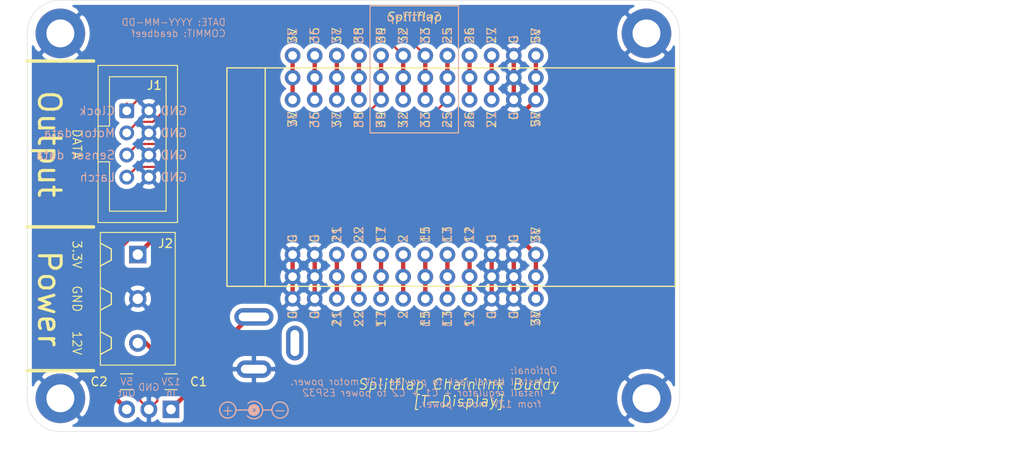
<source format=kicad_pcb>
(kicad_pcb (version 20171130) (host pcbnew 5.1.10-88a1d61d58~90~ubuntu20.04.1)

  (general
    (thickness 1.6)
    (drawings 43)
    (tracks 60)
    (zones 0)
    (modules 12)
    (nets 22)
  )

  (page A4)
  (layers
    (0 F.Cu signal)
    (31 B.Cu signal)
    (32 B.Adhes user)
    (33 F.Adhes user)
    (34 B.Paste user)
    (35 F.Paste user)
    (36 B.SilkS user)
    (37 F.SilkS user)
    (38 B.Mask user)
    (39 F.Mask user)
    (40 Dwgs.User user)
    (41 Cmts.User user)
    (42 Eco1.User user)
    (43 Eco2.User user)
    (44 Edge.Cuts user)
    (45 Margin user)
    (46 B.CrtYd user)
    (47 F.CrtYd user)
    (48 B.Fab user)
    (49 F.Fab user)
  )

  (setup
    (last_trace_width 0.25)
    (user_trace_width 0.25)
    (user_trace_width 0.5)
    (trace_clearance 0.2)
    (zone_clearance 0.508)
    (zone_45_only no)
    (trace_min 0.2)
    (via_size 0.8)
    (via_drill 0.4)
    (via_min_size 0.4)
    (via_min_drill 0.3)
    (uvia_size 0.3)
    (uvia_drill 0.1)
    (uvias_allowed no)
    (uvia_min_size 0.2)
    (uvia_min_drill 0.1)
    (edge_width 0.05)
    (segment_width 0.2)
    (pcb_text_width 0.3)
    (pcb_text_size 1.5 1.5)
    (mod_edge_width 0.12)
    (mod_text_size 1 1)
    (mod_text_width 0.15)
    (pad_size 1.524 1.524)
    (pad_drill 0.762)
    (pad_to_mask_clearance 0)
    (aux_axis_origin 0 0)
    (visible_elements FFFFFF7F)
    (pcbplotparams
      (layerselection 0x010fc_ffffffff)
      (usegerberextensions false)
      (usegerberattributes true)
      (usegerberadvancedattributes true)
      (creategerberjobfile true)
      (excludeedgelayer true)
      (linewidth 0.100000)
      (plotframeref false)
      (viasonmask false)
      (mode 1)
      (useauxorigin false)
      (hpglpennumber 1)
      (hpglpenspeed 20)
      (hpglpendiameter 15.000000)
      (psnegative false)
      (psa4output false)
      (plotreference true)
      (plotvalue true)
      (plotinvisibletext false)
      (padsonsilk false)
      (subtractmaskfromsilk false)
      (outputformat 1)
      (mirror false)
      (drillshape 1)
      (scaleselection 1)
      (outputdirectory ""))
  )

  (net 0 "")
  (net 1 GND)
  (net 2 /LATCH)
  (net 3 /SENSOR_DATA)
  (net 4 /MOTOR_DATA)
  (net 5 /CLOCK)
  (net 6 "Net-(U1-Pad22)")
  (net 7 "Net-(U1-Pad21)")
  (net 8 "Net-(U1-Pad16)")
  (net 9 "Net-(U1-Pad24)")
  (net 10 "Net-(U1-Pad15)")
  (net 11 "Net-(U1-Pad23)")
  (net 12 "Net-(U1-Pad8)")
  (net 13 "Net-(U1-Pad6)")
  (net 14 "Net-(U1-Pad3)")
  (net 15 "Net-(U1-Pad4)")
  (net 16 "Net-(U1-Pad5)")
  (net 17 "Net-(U1-Pad9)")
  (net 18 "Net-(U1-Pad7)")
  (net 19 +5V)
  (net 20 +3V3)
  (net 21 +12V)

  (net_class Default "This is the default net class."
    (clearance 0.2)
    (trace_width 0.25)
    (via_dia 0.8)
    (via_drill 0.4)
    (uvia_dia 0.3)
    (uvia_drill 0.1)
    (add_net +12V)
    (add_net +3V3)
    (add_net +5V)
    (add_net /CLOCK)
    (add_net /LATCH)
    (add_net /MOTOR_DATA)
    (add_net /SENSOR_DATA)
    (add_net GND)
    (add_net "Net-(U1-Pad15)")
    (add_net "Net-(U1-Pad16)")
    (add_net "Net-(U1-Pad21)")
    (add_net "Net-(U1-Pad22)")
    (add_net "Net-(U1-Pad23)")
    (add_net "Net-(U1-Pad24)")
    (add_net "Net-(U1-Pad3)")
    (add_net "Net-(U1-Pad4)")
    (add_net "Net-(U1-Pad5)")
    (add_net "Net-(U1-Pad6)")
    (add_net "Net-(U1-Pad7)")
    (add_net "Net-(U1-Pad8)")
    (add_net "Net-(U1-Pad9)")
  )

  (module ModifiedSymbols:TO-220-3_Vertical (layer F.Cu) (tedit 617DDCF3) (tstamp 617D2F10)
    (at 80.01 110.49 180)
    (descr "TO-220-3, Vertical, RM 2.54mm, see https://www.vishay.com/docs/66542/to-220-1.pdf")
    (tags "TO-220-3 Vertical RM 2.54mm")
    (path /617DC13F)
    (fp_text reference U2 (at 2.54 -4.27) (layer F.SilkS) hide
      (effects (font (size 1 1) (thickness 0.15)))
    )
    (fp_text value LM7805_TO220 (at 2.54 2.5) (layer F.Fab)
      (effects (font (size 1 1) (thickness 0.15)))
    )
    (fp_line (start -2.46 -3.15) (end -2.46 1.25) (layer F.Fab) (width 0.1))
    (fp_line (start -2.46 1.25) (end 7.54 1.25) (layer F.Fab) (width 0.1))
    (fp_line (start 7.54 1.25) (end 7.54 -3.15) (layer F.Fab) (width 0.1))
    (fp_line (start 7.54 -3.15) (end -2.46 -3.15) (layer F.Fab) (width 0.1))
    (fp_line (start -2.46 -1.88) (end 7.54 -1.88) (layer F.Fab) (width 0.1))
    (fp_line (start 0.69 -3.15) (end 0.69 -1.88) (layer F.Fab) (width 0.1))
    (fp_line (start 4.39 -3.15) (end 4.39 -1.88) (layer F.Fab) (width 0.1))
    (fp_line (start -2.71 -3.4) (end -2.71 1.51) (layer F.CrtYd) (width 0.05))
    (fp_line (start -2.71 1.51) (end 7.79 1.51) (layer F.CrtYd) (width 0.05))
    (fp_line (start 7.79 1.51) (end 7.79 -3.4) (layer F.CrtYd) (width 0.05))
    (fp_line (start 7.79 -3.4) (end -2.71 -3.4) (layer F.CrtYd) (width 0.05))
    (fp_text user %R (at 2.54 -4.27) (layer F.Fab)
      (effects (font (size 1 1) (thickness 0.15)))
    )
    (pad 3 thru_hole oval (at 5.08 0 180) (size 1.905 2) (drill 1.1) (layers *.Cu *.Mask)
      (net 19 +5V))
    (pad 2 thru_hole oval (at 2.54 0 180) (size 1.905 2) (drill 1.1) (layers *.Cu *.Mask)
      (net 1 GND))
    (pad 1 thru_hole rect (at 0 0 180) (size 1.905 2) (drill 1.1) (layers *.Cu *.Mask)
      (net 21 +12V))
    (model ${KISYS3DMOD}/Package_TO_SOT_THT.3dshapes/TO-220-3_Vertical.wrl
      (at (xyz 0 0 0))
      (scale (xyz 1 1 1))
      (rotate (xyz 0 0 0))
    )
  )

  (module Symbol:Symbol_Barrel_Polarity (layer B.Cu) (tedit 5765E9A7) (tstamp 617E3EDF)
    (at 89.535 110.49 180)
    (descr "Barrel connector polarity indicator")
    (tags "barrel polarity")
    (path /617F16BD)
    (attr virtual)
    (fp_text reference Z1 (at 0 2) (layer B.SilkS) hide
      (effects (font (size 1 1) (thickness 0.15)) (justify mirror))
    )
    (fp_text value "polarity label" (at 0 -2) (layer B.Fab)
      (effects (font (size 1 1) (thickness 0.15)) (justify mirror))
    )
    (fp_circle (center 0 -0.075) (end 0 -0.25) (layer B.SilkS) (width 0.5))
    (fp_circle (center 3 -0.075) (end 3 -1) (layer B.SilkS) (width 0.15))
    (fp_circle (center -3 -0.075) (end -3 -1) (layer B.SilkS) (width 0.15))
    (fp_line (start -2 -0.075) (end -1.1 -0.075) (layer B.SilkS) (width 0.15))
    (fp_line (start 0 -0.075) (end 2 -0.075) (layer B.SilkS) (width 0.15))
    (fp_arc (start 0 -0.075) (end 0.75 -0.75) (angle -270) (layer B.SilkS) (width 0.15))
  )

  (module PJ-202A:PJ-202A (layer F.Cu) (tedit 617CDF26) (tstamp 617D3533)
    (at 89.535 102.87 270)
    (descr "CONN POWER JACK 2.1MM PCB")
    (tags "CONN POWER JACK 2.1MM PCB BARREL JACK")
    (path /617CEDE5)
    (fp_text reference J3 (at 0 -2.54 90) (layer F.SilkS) hide
      (effects (font (size 1 1) (thickness 0.15)))
    )
    (fp_text value Barrel_Jack_Switch (at 0.7 3.5 90) (layer F.Fab)
      (effects (font (size 1 1) (thickness 0.15)))
    )
    (fp_line (start 7.2 -4.5) (end 7.2 4.5) (layer F.Fab) (width 0.15))
    (fp_line (start -3.7 -2.3) (end -3.7 -4.5) (layer F.Fab) (width 0.15))
    (fp_line (start -3.7 -4.5) (end -2 -4.5) (layer F.Fab) (width 0.15))
    (fp_line (start 2 -4.5) (end 10.7 -4.5) (layer F.Fab) (width 0.15))
    (fp_line (start 10.7 -4.5) (end 10.7 4.5) (layer F.Fab) (width 0.15))
    (fp_line (start 10.7 4.5) (end -3.7 4.5) (layer F.Fab) (width 0.15))
    (fp_line (start -3.7 4.5) (end -3.7 2.3) (layer F.Fab) (width 0.15))
    (pad 3 thru_hole oval (at 0 -4.7 270) (size 4 2) (drill oval 3 1) (layers *.Cu *.Mask))
    (pad 2 thru_hole oval (at 3 0 270) (size 2 4) (drill oval 1 3) (layers *.Cu *.Mask)
      (net 1 GND))
    (pad 1 thru_hole oval (at -3 0 270) (size 2 4.5) (drill oval 1 3.5) (layers *.Cu *.Mask)
      (net 21 +12V))
    (model ${KIPRJMOD}/../lib/54-00131.STEP
      (offset (xyz 10.5 0 6.5))
      (scale (xyz 1 1 1))
      (rotate (xyz -90 0 -90))
    )
  )

  (module Capacitor_SMD:C_1206_3216Metric_Pad1.33x1.80mm_HandSolder (layer F.Cu) (tedit 5F68FEEF) (tstamp 617CFCA5)
    (at 74.93 107.315)
    (descr "Capacitor SMD 1206 (3216 Metric), square (rectangular) end terminal, IPC_7351 nominal with elongated pad for handsoldering. (Body size source: IPC-SM-782 page 76, https://www.pcb-3d.com/wordpress/wp-content/uploads/ipc-sm-782a_amendment_1_and_2.pdf), generated with kicad-footprint-generator")
    (tags "capacitor handsolder")
    (path /617E09DF)
    (attr smd)
    (fp_text reference C2 (at -3.175 0) (layer F.SilkS)
      (effects (font (size 1 1) (thickness 0.15)))
    )
    (fp_text value 22uF (at 0 1.85) (layer F.Fab)
      (effects (font (size 1 1) (thickness 0.15)))
    )
    (fp_line (start 2.48 1.15) (end -2.48 1.15) (layer F.CrtYd) (width 0.05))
    (fp_line (start 2.48 -1.15) (end 2.48 1.15) (layer F.CrtYd) (width 0.05))
    (fp_line (start -2.48 -1.15) (end 2.48 -1.15) (layer F.CrtYd) (width 0.05))
    (fp_line (start -2.48 1.15) (end -2.48 -1.15) (layer F.CrtYd) (width 0.05))
    (fp_line (start -0.711252 0.91) (end 0.711252 0.91) (layer F.SilkS) (width 0.12))
    (fp_line (start -0.711252 -0.91) (end 0.711252 -0.91) (layer F.SilkS) (width 0.12))
    (fp_line (start 1.6 0.8) (end -1.6 0.8) (layer F.Fab) (width 0.1))
    (fp_line (start 1.6 -0.8) (end 1.6 0.8) (layer F.Fab) (width 0.1))
    (fp_line (start -1.6 -0.8) (end 1.6 -0.8) (layer F.Fab) (width 0.1))
    (fp_line (start -1.6 0.8) (end -1.6 -0.8) (layer F.Fab) (width 0.1))
    (fp_text user %R (at 0 0) (layer F.Fab)
      (effects (font (size 0.8 0.8) (thickness 0.12)))
    )
    (pad 2 smd roundrect (at 1.5625 0) (size 1.325 1.8) (layers F.Cu F.Paste F.Mask) (roundrect_rratio 0.188679)
      (net 1 GND))
    (pad 1 smd roundrect (at -1.5625 0) (size 1.325 1.8) (layers F.Cu F.Paste F.Mask) (roundrect_rratio 0.188679)
      (net 19 +5V))
    (model ${KISYS3DMOD}/Capacitor_SMD.3dshapes/C_1206_3216Metric.wrl
      (at (xyz 0 0 0))
      (scale (xyz 1 1 1))
      (rotate (xyz 0 0 0))
    )
  )

  (module Capacitor_SMD:C_1206_3216Metric_Pad1.33x1.80mm_HandSolder (layer F.Cu) (tedit 5F68FEEF) (tstamp 617CEFC8)
    (at 80.01 107.315 180)
    (descr "Capacitor SMD 1206 (3216 Metric), square (rectangular) end terminal, IPC_7351 nominal with elongated pad for handsoldering. (Body size source: IPC-SM-782 page 76, https://www.pcb-3d.com/wordpress/wp-content/uploads/ipc-sm-782a_amendment_1_and_2.pdf), generated with kicad-footprint-generator")
    (tags "capacitor handsolder")
    (path /617DDA1A)
    (attr smd)
    (fp_text reference C1 (at -3.175 0) (layer F.SilkS)
      (effects (font (size 1 1) (thickness 0.15)))
    )
    (fp_text value 10uF (at 0 1.85) (layer F.Fab)
      (effects (font (size 1 1) (thickness 0.15)))
    )
    (fp_line (start -1.6 0.8) (end -1.6 -0.8) (layer F.Fab) (width 0.1))
    (fp_line (start -1.6 -0.8) (end 1.6 -0.8) (layer F.Fab) (width 0.1))
    (fp_line (start 1.6 -0.8) (end 1.6 0.8) (layer F.Fab) (width 0.1))
    (fp_line (start 1.6 0.8) (end -1.6 0.8) (layer F.Fab) (width 0.1))
    (fp_line (start -0.711252 -0.91) (end 0.711252 -0.91) (layer F.SilkS) (width 0.12))
    (fp_line (start -0.711252 0.91) (end 0.711252 0.91) (layer F.SilkS) (width 0.12))
    (fp_line (start -2.48 1.15) (end -2.48 -1.15) (layer F.CrtYd) (width 0.05))
    (fp_line (start -2.48 -1.15) (end 2.48 -1.15) (layer F.CrtYd) (width 0.05))
    (fp_line (start 2.48 -1.15) (end 2.48 1.15) (layer F.CrtYd) (width 0.05))
    (fp_line (start 2.48 1.15) (end -2.48 1.15) (layer F.CrtYd) (width 0.05))
    (fp_text user %R (at 0 0) (layer F.Fab)
      (effects (font (size 0.8 0.8) (thickness 0.12)))
    )
    (pad 1 smd roundrect (at -1.5625 0 180) (size 1.325 1.8) (layers F.Cu F.Paste F.Mask) (roundrect_rratio 0.188679)
      (net 21 +12V))
    (pad 2 smd roundrect (at 1.5625 0 180) (size 1.325 1.8) (layers F.Cu F.Paste F.Mask) (roundrect_rratio 0.188679)
      (net 1 GND))
    (model ${KISYS3DMOD}/Capacitor_SMD.3dshapes/C_1206_3216Metric.wrl
      (at (xyz 0 0 0))
      (scale (xyz 1 1 1))
      (rotate (xyz 0 0 0))
    )
  )

  (module ScrewTerminals:Generic-5.08-3P (layer F.Cu) (tedit 606BBBA9) (tstamp 617D51CF)
    (at 76.2 92.71 270)
    (path /61A7AAE2)
    (fp_text reference J2 (at -1.27 -3.175 180) (layer F.SilkS)
      (effects (font (size 1 1) (thickness 0.15)))
    )
    (fp_text value Screw_Terminal_01x03 (at 0 -0.5 90) (layer F.Fab)
      (effects (font (size 1 1) (thickness 0.15)))
    )
    (fp_line (start 8.89 4.23) (end 9.525 3.04) (layer F.SilkS) (width 0.15))
    (fp_line (start 10.795 3.04) (end 11.43 4.23) (layer F.SilkS) (width 0.15))
    (fp_line (start 9.525 3.04) (end 10.795 3.04) (layer F.SilkS) (width 0.15))
    (fp_line (start -2.54 -6.2) (end 12.7 -6.2) (layer F.CrtYd) (width 0.12))
    (fp_line (start 12.7 -6.2) (end 12.7 6.2) (layer F.CrtYd) (width 0.12))
    (fp_line (start 12.7 6.2) (end -2.54 6.2) (layer F.CrtYd) (width 0.12))
    (fp_line (start -2.54 6.2) (end -2.54 -6.2) (layer F.CrtYd) (width 0.12))
    (fp_line (start -2.54 4.3) (end -2.54 -4.3) (layer F.SilkS) (width 0.12))
    (fp_line (start 12.7 4.3) (end -2.54 4.3) (layer F.SilkS) (width 0.12))
    (fp_line (start -2.54 -4.3) (end 12.7 -4.3) (layer F.SilkS) (width 0.12))
    (fp_line (start 12.7 -4.3) (end 12.7 4.3) (layer F.SilkS) (width 0.12))
    (fp_line (start -1.27 4.23) (end -0.635 3.04) (layer F.SilkS) (width 0.15))
    (fp_line (start -0.635 3.04) (end 0.635 3.04) (layer F.SilkS) (width 0.15))
    (fp_line (start 0.635 3.04) (end 1.27 4.23) (layer F.SilkS) (width 0.15))
    (fp_line (start 5.715 3.04) (end 6.35 4.23) (layer F.SilkS) (width 0.15))
    (fp_line (start 3.81 4.23) (end 4.445 3.04) (layer F.SilkS) (width 0.15))
    (fp_line (start 4.445 3.04) (end 5.715 3.04) (layer F.SilkS) (width 0.15))
    (fp_text user "Generic screw terminal keep out region" (at 5.08 -5.08 90) (layer F.Fab)
      (effects (font (size 0.5 0.3) (thickness 0.05)))
    )
    (fp_text user "Generic screw terminal keep out region" (at 5.08 5.08 90) (layer F.Fab)
      (effects (font (size 0.5 0.3) (thickness 0.05)))
    )
    (pad 1 thru_hole rect (at 0 0 270) (size 2 2) (drill 1.2) (layers *.Cu *.Mask)
      (net 20 +3V3))
    (pad 2 thru_hole circle (at 5.08 0 270) (size 2 2) (drill 1.2) (layers *.Cu *.Mask)
      (net 1 GND))
    (pad 3 thru_hole circle (at 10.16 0 270) (size 2 2) (drill 1.2) (layers *.Cu *.Mask)
      (net 21 +12V))
    (model ${KISYS3DMOD}/TerminalBlock_Phoenix.3dshapes/TerminalBlock_Phoenix_MKDS-1,5-3-5.08_1x03_P5.08mm_Horizontal.step
      (at (xyz 0 0 0))
      (scale (xyz 1 1 1))
      (rotate (xyz 0 0 0))
    )
  )

  (module ESP32:T-DISPLAY_extra_pins_labeled_double (layer F.Cu) (tedit 617B751D) (tstamp 617D4FBE)
    (at 93.98 95.25 90)
    (path /61A38EB2)
    (fp_text reference U1 (at 11.43 -1.27 90) (layer F.SilkS) hide
      (effects (font (size 1 1) (thickness 0.15)))
    )
    (fp_text value TTGO_TDisplay (at 11.43 -5.08 90) (layer F.Fab)
      (effects (font (size 1 1) (thickness 0.15)))
    )
    (fp_line (start 3.935 83.95) (end 18.935 83.95) (layer F.Fab) (width 0.12))
    (fp_line (start -1.11 43.95) (end 23.98 43.95) (layer F.SilkS) (width 0.15))
    (fp_line (start 23.98 -7.54) (end 23.98 43.95) (layer F.SilkS) (width 0.15))
    (fp_line (start -1.11 -7.54) (end -1.11 43.95) (layer F.SilkS) (width 0.15))
    (fp_line (start -1.11 -3.15) (end 23.98 -3.15) (layer F.SilkS) (width 0.15))
    (fp_line (start -1.11 -7.54) (end 23.98 -7.54) (layer F.SilkS) (width 0.15))
    (fp_line (start -3.81 0) (end -3.81 -11.43) (layer F.Fab) (width 0.12))
    (fp_line (start -3.81 -11.43) (end 26.67 -11.43) (layer F.Fab) (width 0.12))
    (fp_line (start 26.67 -11.43) (end 26.67 0) (layer F.Fab) (width 0.12))
    (fp_line (start 26.67 0) (end -3.81 0) (layer F.Fab) (width 0.12))
    (fp_line (start -3.81 -7.62) (end 0 -11.43) (layer F.Fab) (width 0.12))
    (fp_line (start -3.81 -3.81) (end 3.81 -11.43) (layer F.Fab) (width 0.12))
    (fp_line (start -3.81 0) (end 7.62 -11.43) (layer F.Fab) (width 0.12))
    (fp_line (start 0 0) (end 11.43 -11.43) (layer F.Fab) (width 0.12))
    (fp_line (start 3.81 0) (end 15.24 -11.43) (layer F.Fab) (width 0.12))
    (fp_line (start 7.62 0) (end 19.05 -11.43) (layer F.Fab) (width 0.12))
    (fp_line (start 22.86 -11.43) (end 11.43 0) (layer F.Fab) (width 0.12))
    (fp_line (start 15.24 0) (end 26.67 -11.43) (layer F.Fab) (width 0.12))
    (fp_line (start 19.05 0) (end 26.67 -7.62) (layer F.Fab) (width 0.12))
    (fp_line (start 22.86 0) (end 26.67 -3.81) (layer F.Fab) (width 0.12))
    (fp_text user 5V (at 26.67 27.94 90) (layer B.SilkS)
      (effects (font (size 1 1) (thickness 0.12)) (justify right mirror))
    )
    (fp_text user G (at 26.67 25.4 90) (layer B.SilkS)
      (effects (font (size 1 1) (thickness 0.12)) (justify right mirror))
    )
    (fp_text user 27 (at 26.67 22.86 90) (layer B.SilkS)
      (effects (font (size 1 1) (thickness 0.12)) (justify right mirror))
    )
    (fp_text user 26 (at 26.67 20.32 90) (layer B.SilkS)
      (effects (font (size 1 1) (thickness 0.12)) (justify right mirror))
    )
    (fp_text user 25 (at 26.67 17.78 90) (layer B.SilkS)
      (effects (font (size 1 1) (thickness 0.12)) (justify right mirror))
    )
    (fp_text user 33 (at 26.67 15.24 90) (layer B.SilkS)
      (effects (font (size 1 1) (thickness 0.12)) (justify right mirror))
    )
    (fp_text user 32 (at 26.67 12.7 90) (layer B.SilkS)
      (effects (font (size 1 1) (thickness 0.12)) (justify right mirror))
    )
    (fp_text user 39 (at 26.67 10.16 90) (layer B.SilkS)
      (effects (font (size 1 1) (thickness 0.12)) (justify right mirror))
    )
    (fp_text user 38 (at 26.67 7.62 90) (layer B.SilkS)
      (effects (font (size 1 1) (thickness 0.12)) (justify right mirror))
    )
    (fp_text user 37 (at 26.67 5.08 90) (layer B.SilkS)
      (effects (font (size 1 1) (thickness 0.12)) (justify right mirror))
    )
    (fp_text user 36 (at 26.67 2.54 90) (layer B.SilkS)
      (effects (font (size 1 1) (thickness 0.12)) (justify right mirror))
    )
    (fp_text user 3V (at 26.67 0 90) (layer B.SilkS)
      (effects (font (size 1 1) (thickness 0.12)) (justify right mirror))
    )
    (fp_text user 5V (at 26.67 27.94 90) (layer F.SilkS)
      (effects (font (size 1 1) (thickness 0.12)) (justify left))
    )
    (fp_text user G (at 26.67 25.4 90) (layer F.SilkS)
      (effects (font (size 1 1) (thickness 0.12)) (justify left))
    )
    (fp_text user 27 (at 26.67 22.86 90) (layer F.SilkS)
      (effects (font (size 1 1) (thickness 0.12)) (justify left))
    )
    (fp_text user 26 (at 26.67 20.32 90) (layer F.SilkS)
      (effects (font (size 1 1) (thickness 0.12)) (justify left))
    )
    (fp_text user 25 (at 26.67 17.78 90) (layer F.SilkS)
      (effects (font (size 1 1) (thickness 0.12)) (justify left))
    )
    (fp_text user 33 (at 26.67 15.24 90) (layer F.SilkS)
      (effects (font (size 1 1) (thickness 0.12)) (justify left))
    )
    (fp_text user 32 (at 26.67 12.7 90) (layer F.SilkS)
      (effects (font (size 1 1) (thickness 0.12)) (justify left))
    )
    (fp_text user 39 (at 26.67 10.16 90) (layer F.SilkS)
      (effects (font (size 1 1) (thickness 0.12)) (justify left))
    )
    (fp_text user 38 (at 26.67 7.62 90) (layer F.SilkS)
      (effects (font (size 1 1) (thickness 0.12)) (justify left))
    )
    (fp_text user 37 (at 26.67 5.08 90) (layer F.SilkS)
      (effects (font (size 1 1) (thickness 0.12)) (justify left))
    )
    (fp_text user 36 (at 26.67 2.54 90) (layer F.SilkS)
      (effects (font (size 1 1) (thickness 0.12)) (justify left))
    )
    (fp_text user 3V (at 26.67 0 90) (layer F.SilkS)
      (effects (font (size 1 1) (thickness 0.12)) (justify left))
    )
    (fp_text user 3V (at -3.81 27.94 90) (layer B.SilkS)
      (effects (font (size 1 1) (thickness 0.12)) (justify left mirror))
    )
    (fp_text user G (at -3.81 25.4 90) (layer B.SilkS)
      (effects (font (size 1 1) (thickness 0.12)) (justify left mirror))
    )
    (fp_text user G (at -3.81 22.86 90) (layer B.SilkS)
      (effects (font (size 1 1) (thickness 0.12)) (justify left mirror))
    )
    (fp_text user 12 (at -3.81 20.32 90) (layer B.SilkS)
      (effects (font (size 1 1) (thickness 0.12)) (justify left mirror))
    )
    (fp_text user 13 (at -3.81 17.78 90) (layer B.SilkS)
      (effects (font (size 1 1) (thickness 0.12)) (justify left mirror))
    )
    (fp_text user 15 (at -3.81 15.24 90) (layer B.SilkS)
      (effects (font (size 1 1) (thickness 0.12)) (justify left mirror))
    )
    (fp_text user 2 (at -3.81 12.7 90) (layer B.SilkS)
      (effects (font (size 1 1) (thickness 0.12)) (justify left mirror))
    )
    (fp_text user 17 (at -3.81 10.16 90) (layer B.SilkS)
      (effects (font (size 1 1) (thickness 0.12)) (justify left mirror))
    )
    (fp_text user 22 (at -3.81 7.62 90) (layer B.SilkS)
      (effects (font (size 1 1) (thickness 0.12)) (justify left mirror))
    )
    (fp_text user 21 (at -3.81 5.08 90) (layer B.SilkS)
      (effects (font (size 1 1) (thickness 0.12)) (justify left mirror))
    )
    (fp_text user G (at -3.81 2.54 90) (layer B.SilkS)
      (effects (font (size 1 1) (thickness 0.12)) (justify left mirror))
    )
    (fp_text user G (at -3.81 0 90) (layer B.SilkS)
      (effects (font (size 1 1) (thickness 0.12)) (justify left mirror))
    )
    (fp_text user 3V (at -3.81 27.94 90) (layer F.SilkS)
      (effects (font (size 1 1) (thickness 0.12)) (justify right))
    )
    (fp_text user G (at -3.81 25.4 90) (layer F.SilkS)
      (effects (font (size 1 1) (thickness 0.12)) (justify right))
    )
    (fp_text user G (at -3.81 22.86 90) (layer F.SilkS)
      (effects (font (size 1 1) (thickness 0.12)) (justify right))
    )
    (fp_text user 12 (at -3.81 20.32 90) (layer F.SilkS)
      (effects (font (size 1 1) (thickness 0.12)) (justify right))
    )
    (fp_text user 13 (at -3.81 17.78 90) (layer F.SilkS)
      (effects (font (size 1 1) (thickness 0.12)) (justify right))
    )
    (fp_text user 15 (at -3.81 15.24 90) (layer F.SilkS)
      (effects (font (size 1 1) (thickness 0.12)) (justify right))
    )
    (fp_text user 2 (at -3.81 12.7 90) (layer F.SilkS)
      (effects (font (size 1 1) (thickness 0.12)) (justify right))
    )
    (fp_text user 17 (at -3.81 10.16 90) (layer F.SilkS)
      (effects (font (size 1 1) (thickness 0.12)) (justify right))
    )
    (fp_text user 22 (at -3.81 7.62 90) (layer F.SilkS)
      (effects (font (size 1 1) (thickness 0.12)) (justify right))
    )
    (fp_text user 21 (at -3.81 5.08 90) (layer F.SilkS)
      (effects (font (size 1 1) (thickness 0.12)) (justify right))
    )
    (fp_text user G (at -3.81 2.54 90) (layer F.SilkS)
      (effects (font (size 1 1) (thickness 0.12)) (justify right))
    )
    (fp_text user G (at -3.81 0 90) (layer F.SilkS)
      (effects (font (size 1 1) (thickness 0.12)) (justify right))
    )
    (fp_text user 38 (at 19.05 7.62 90) (layer B.SilkS)
      (effects (font (size 1 1) (thickness 0.12)) (justify left mirror))
    )
    (fp_text user 25 (at 19.05 17.78 90) (layer B.SilkS)
      (effects (font (size 1 1) (thickness 0.12)) (justify left mirror))
    )
    (fp_text user G (at 19.05 25.4 90) (layer B.SilkS)
      (effects (font (size 1 1) (thickness 0.12)) (justify left mirror))
    )
    (fp_text user 5V (at 19.05 27.94 90) (layer B.SilkS)
      (effects (font (size 1 1) (thickness 0.12)) (justify left mirror))
    )
    (fp_text user 36 (at 19.05 2.54 90) (layer B.SilkS)
      (effects (font (size 1 1) (thickness 0.12)) (justify left mirror))
    )
    (fp_text user 26 (at 19.05 20.32 90) (layer B.SilkS)
      (effects (font (size 1 1) (thickness 0.12)) (justify left mirror))
    )
    (fp_text user 37 (at 19.05 5.08 90) (layer B.SilkS)
      (effects (font (size 1 1) (thickness 0.12)) (justify left mirror))
    )
    (fp_text user 33 (at 19.05 15.24 90) (layer B.SilkS)
      (effects (font (size 1 1) (thickness 0.12)) (justify left mirror))
    )
    (fp_text user 39 (at 19.05 10.16 90) (layer B.SilkS)
      (effects (font (size 1 1) (thickness 0.12)) (justify left mirror))
    )
    (fp_text user 32 (at 19.05 12.7 90) (layer B.SilkS)
      (effects (font (size 1 1) (thickness 0.12)) (justify left mirror))
    )
    (fp_text user 27 (at 19.05 22.86 90) (layer B.SilkS)
      (effects (font (size 1 1) (thickness 0.12)) (justify left mirror))
    )
    (fp_text user 3V (at 19.05 0 90) (layer B.SilkS)
      (effects (font (size 1 1) (thickness 0.12)) (justify left mirror))
    )
    (fp_text user 2 (at 3.81 12.7 90) (layer B.SilkS)
      (effects (font (size 1 1) (thickness 0.12)) (justify right mirror))
    )
    (fp_text user G (at 3.81 22.86 90) (layer B.SilkS)
      (effects (font (size 1 1) (thickness 0.12)) (justify right mirror))
    )
    (fp_text user 22 (at 3.81 7.62 90) (layer B.SilkS)
      (effects (font (size 1 1) (thickness 0.12)) (justify right mirror))
    )
    (fp_text user 17 (at 3.81 10.16 90) (layer B.SilkS)
      (effects (font (size 1 1) (thickness 0.12)) (justify right mirror))
    )
    (fp_text user 21 (at 3.81 5.08 90) (layer B.SilkS)
      (effects (font (size 1 1) (thickness 0.12)) (justify right mirror))
    )
    (fp_text user G (at 3.81 25.4 90) (layer B.SilkS)
      (effects (font (size 1 1) (thickness 0.12)) (justify right mirror))
    )
    (fp_text user G (at 3.81 2.54 90) (layer B.SilkS)
      (effects (font (size 1 1) (thickness 0.12)) (justify right mirror))
    )
    (fp_text user 12 (at 3.81 20.32 90) (layer B.SilkS)
      (effects (font (size 1 1) (thickness 0.12)) (justify right mirror))
    )
    (fp_text user 3V (at 3.81 27.94 90) (layer B.SilkS)
      (effects (font (size 1 1) (thickness 0.12)) (justify right mirror))
    )
    (fp_text user 15 (at 3.81 15.24 90) (layer B.SilkS)
      (effects (font (size 1 1) (thickness 0.12)) (justify right mirror))
    )
    (fp_text user 13 (at 3.81 17.78 90) (layer B.SilkS)
      (effects (font (size 1 1) (thickness 0.12)) (justify right mirror))
    )
    (fp_text user G (at 3.81 0 90) (layer B.SilkS)
      (effects (font (size 1 1) (thickness 0.12)) (justify right mirror))
    )
    (fp_text user 5V (at 19.05 27.94 90) (layer F.SilkS)
      (effects (font (size 1 1) (thickness 0.12)) (justify right))
    )
    (fp_text user G (at 19.05 25.4 90) (layer F.SilkS)
      (effects (font (size 1 1) (thickness 0.12)) (justify right))
    )
    (fp_text user 27 (at 19.05 22.86 90) (layer F.SilkS)
      (effects (font (size 1 1) (thickness 0.12)) (justify right))
    )
    (fp_text user 26 (at 19.05 20.32 90) (layer F.SilkS)
      (effects (font (size 1 1) (thickness 0.12)) (justify right))
    )
    (fp_text user 25 (at 19.05 17.78 90) (layer F.SilkS)
      (effects (font (size 1 1) (thickness 0.12)) (justify right))
    )
    (fp_text user 33 (at 19.05 15.24 90) (layer F.SilkS)
      (effects (font (size 1 1) (thickness 0.12)) (justify right))
    )
    (fp_text user 32 (at 19.05 12.7 90) (layer F.SilkS)
      (effects (font (size 1 1) (thickness 0.12)) (justify right))
    )
    (fp_text user 39 (at 19.05 10.16 90) (layer F.SilkS)
      (effects (font (size 1 1) (thickness 0.12)) (justify right))
    )
    (fp_text user 38 (at 19.05 7.62 90) (layer F.SilkS)
      (effects (font (size 1 1) (thickness 0.12)) (justify right))
    )
    (fp_text user 37 (at 19.05 5.08 90) (layer F.SilkS)
      (effects (font (size 1 1) (thickness 0.12)) (justify right))
    )
    (fp_text user 36 (at 19.05 2.54 90) (layer F.SilkS)
      (effects (font (size 1 1) (thickness 0.12)) (justify right))
    )
    (fp_text user 3V (at 19.05 0 90) (layer F.SilkS)
      (effects (font (size 1 1) (thickness 0.12)) (justify right))
    )
    (fp_text user 3V (at 3.81 27.94 90) (layer F.SilkS)
      (effects (font (size 1 1) (thickness 0.12)) (justify left))
    )
    (fp_text user G (at 3.81 25.4 90) (layer F.SilkS)
      (effects (font (size 1 1) (thickness 0.12)) (justify left))
    )
    (fp_text user G (at 3.81 22.86 90) (layer F.SilkS)
      (effects (font (size 1 1) (thickness 0.12)) (justify left))
    )
    (fp_text user 12 (at 3.81 20.32 90) (layer F.SilkS)
      (effects (font (size 1 1) (thickness 0.12)) (justify left))
    )
    (fp_text user 13 (at 3.81 17.78 90) (layer F.SilkS)
      (effects (font (size 1 1) (thickness 0.12)) (justify left))
    )
    (fp_text user 15 (at 3.81 15.24 90) (layer F.SilkS)
      (effects (font (size 1 1) (thickness 0.12)) (justify left))
    )
    (fp_text user 2 (at 3.81 12.7 90) (layer F.SilkS)
      (effects (font (size 1 1) (thickness 0.12)) (justify left))
    )
    (fp_text user 17 (at 3.81 10.16 90) (layer F.SilkS)
      (effects (font (size 1 1) (thickness 0.12)) (justify left))
    )
    (fp_text user 22 (at 3.81 7.62 90) (layer F.SilkS)
      (effects (font (size 1 1) (thickness 0.12)) (justify left))
    )
    (fp_text user 21 (at 3.81 5.08 90) (layer F.SilkS)
      (effects (font (size 1 1) (thickness 0.12)) (justify left))
    )
    (fp_text user G (at 3.81 2.54 90) (layer F.SilkS)
      (effects (font (size 1 1) (thickness 0.12)) (justify left))
    )
    (fp_text user G (at 3.81 0 90) (layer F.SilkS)
      (effects (font (size 1 1) (thickness 0.12)) (justify left))
    )
    (fp_text user CABLE (at 10.795 63.754 180) (layer F.Fab)
      (effects (font (size 10 8) (thickness 0.15)))
    )
    (pad 22 thru_hole circle (at 25.4 5.08 90) (size 1.8 1.8) (drill 1) (layers *.Cu *.Mask)
      (net 6 "Net-(U1-Pad22)"))
    (pad 20 thru_hole circle (at 25.4 10.16 90) (size 1.8 1.8) (drill 1) (layers *.Cu *.Mask)
      (net 3 /SENSOR_DATA))
    (pad 23 thru_hole circle (at 25.4 2.54 90) (size 1.8 1.8) (drill 1) (layers *.Cu *.Mask)
      (net 11 "Net-(U1-Pad23)"))
    (pad 18 thru_hole circle (at 25.4 15.24 90) (size 1.8 1.8) (drill 1) (layers *.Cu *.Mask)
      (net 5 /CLOCK))
    (pad 14 thru_hole circle (at 25.4 25.4 90) (size 1.8 1.8) (drill 1) (layers *.Cu *.Mask)
      (net 1 GND))
    (pad 19 thru_hole circle (at 25.4 12.7 90) (size 1.8 1.8) (drill 1) (layers *.Cu *.Mask)
      (net 4 /MOTOR_DATA))
    (pad 21 thru_hole circle (at 25.4 7.62 90) (size 1.8 1.8) (drill 1) (layers *.Cu *.Mask)
      (net 7 "Net-(U1-Pad21)"))
    (pad 24 thru_hole circle (at 25.4 0 90) (size 1.8 1.8) (drill 1) (layers *.Cu *.Mask)
      (net 9 "Net-(U1-Pad24)"))
    (pad 17 thru_hole circle (at 25.4 17.78 90) (size 1.8 1.8) (drill 1) (layers *.Cu *.Mask)
      (net 2 /LATCH))
    (pad 13 thru_hole circle (at 25.4 27.94 90) (size 1.8 1.8) (drill 1) (layers *.Cu *.Mask)
      (net 19 +5V))
    (pad 15 thru_hole circle (at 25.4 22.86 90) (size 1.8 1.8) (drill 1) (layers *.Cu *.Mask)
      (net 10 "Net-(U1-Pad15)"))
    (pad 16 thru_hole circle (at 25.4 20.32 90) (size 1.8 1.8) (drill 1) (layers *.Cu *.Mask)
      (net 8 "Net-(U1-Pad16)"))
    (pad 10 thru_hole circle (at -2.54 22.86 90) (size 1.8 1.8) (drill 1) (layers *.Cu *.Mask)
      (net 1 GND))
    (pad 11 thru_hole circle (at -2.54 25.4 90) (size 1.8 1.8) (drill 1) (layers *.Cu *.Mask)
      (net 1 GND))
    (pad 4 thru_hole circle (at -2.54 7.62 90) (size 1.8 1.8) (drill 1) (layers *.Cu *.Mask)
      (net 15 "Net-(U1-Pad4)"))
    (pad 2 thru_hole circle (at -2.54 2.54 90) (size 1.8 1.8) (drill 1) (layers *.Cu *.Mask)
      (net 1 GND))
    (pad 8 thru_hole circle (at -2.54 17.78 90) (size 1.8 1.8) (drill 1) (layers *.Cu *.Mask)
      (net 12 "Net-(U1-Pad8)"))
    (pad 3 thru_hole circle (at -2.54 5.08 90) (size 1.8 1.8) (drill 1) (layers *.Cu *.Mask)
      (net 14 "Net-(U1-Pad3)"))
    (pad 6 thru_hole circle (at -2.54 12.7 90) (size 1.8 1.8) (drill 1) (layers *.Cu *.Mask)
      (net 13 "Net-(U1-Pad6)"))
    (pad 5 thru_hole circle (at -2.54 10.16 90) (size 1.8 1.8) (drill 1) (layers *.Cu *.Mask)
      (net 16 "Net-(U1-Pad5)"))
    (pad 9 thru_hole circle (at -2.54 20.32 90) (size 1.8 1.8) (drill 1) (layers *.Cu *.Mask)
      (net 17 "Net-(U1-Pad9)"))
    (pad 12 thru_hole circle (at -2.54 27.94 90) (size 1.8 1.8) (drill 1) (layers *.Cu *.Mask)
      (net 20 +3V3))
    (pad 7 thru_hole circle (at -2.54 15.24 90) (size 1.8 1.8) (drill 1) (layers *.Cu *.Mask)
      (net 18 "Net-(U1-Pad7)"))
    (pad 1 thru_hole circle (at -2.54 0 90) (size 1.8 1.8) (drill 1) (layers *.Cu *.Mask)
      (net 1 GND))
    (pad 22 thru_hole circle (at 20.32 5.08 90) (size 1.8 1.8) (drill 1) (layers *.Cu *.Mask)
      (net 6 "Net-(U1-Pad22)"))
    (pad 21 thru_hole circle (at 20.32 7.62 90) (size 1.8 1.8) (drill 1) (layers *.Cu *.Mask)
      (net 7 "Net-(U1-Pad21)"))
    (pad 19 thru_hole circle (at 20.32 12.7 90) (size 1.8 1.8) (drill 1) (layers *.Cu *.Mask)
      (net 4 /MOTOR_DATA))
    (pad 20 thru_hole circle (at 20.32 10.16 90) (size 1.8 1.8) (drill 1) (layers *.Cu *.Mask)
      (net 3 /SENSOR_DATA))
    (pad 17 thru_hole circle (at 20.32 17.78 90) (size 1.8 1.8) (drill 1) (layers *.Cu *.Mask)
      (net 2 /LATCH))
    (pad 16 thru_hole circle (at 20.32 20.32 90) (size 1.8 1.8) (drill 1) (layers *.Cu *.Mask)
      (net 8 "Net-(U1-Pad16)"))
    (pad 14 thru_hole circle (at 20.32 25.4 90) (size 1.8 1.8) (drill 1) (layers *.Cu *.Mask)
      (net 1 GND))
    (pad 24 thru_hole circle (at 20.32 0 90) (size 1.8 1.8) (drill 1) (layers *.Cu *.Mask)
      (net 9 "Net-(U1-Pad24)"))
    (pad 18 thru_hole circle (at 20.32 15.24 90) (size 1.8 1.8) (drill 1) (layers *.Cu *.Mask)
      (net 5 /CLOCK))
    (pad 15 thru_hole circle (at 20.32 22.86 90) (size 1.8 1.8) (drill 1) (layers *.Cu *.Mask)
      (net 10 "Net-(U1-Pad15)"))
    (pad 13 thru_hole circle (at 20.32 27.94 90) (size 1.8 1.8) (drill 1) (layers *.Cu *.Mask)
      (net 19 +5V))
    (pad 23 thru_hole circle (at 20.32 2.54 90) (size 1.8 1.8) (drill 1) (layers *.Cu *.Mask)
      (net 11 "Net-(U1-Pad23)"))
    (pad 8 thru_hole circle (at 2.54 17.78 90) (size 1.8 1.8) (drill 1) (layers *.Cu *.Mask)
      (net 12 "Net-(U1-Pad8)"))
    (pad 10 thru_hole circle (at 2.54 22.86 90) (size 1.8 1.8) (drill 1) (layers *.Cu *.Mask)
      (net 1 GND))
    (pad 6 thru_hole circle (at 2.54 12.7 90) (size 1.8 1.8) (drill 1) (layers *.Cu *.Mask)
      (net 13 "Net-(U1-Pad6)"))
    (pad 1 thru_hole circle (at 2.54 0 90) (size 1.8 1.8) (drill 1) (layers *.Cu *.Mask)
      (net 1 GND))
    (pad 2 thru_hole circle (at 2.54 2.54 90) (size 1.8 1.8) (drill 1) (layers *.Cu *.Mask)
      (net 1 GND))
    (pad 3 thru_hole circle (at 2.54 5.08 90) (size 1.8 1.8) (drill 1) (layers *.Cu *.Mask)
      (net 14 "Net-(U1-Pad3)"))
    (pad 4 thru_hole circle (at 2.54 7.62 90) (size 1.8 1.8) (drill 1) (layers *.Cu *.Mask)
      (net 15 "Net-(U1-Pad4)"))
    (pad 5 thru_hole circle (at 2.54 10.16 90) (size 1.8 1.8) (drill 1) (layers *.Cu *.Mask)
      (net 16 "Net-(U1-Pad5)"))
    (pad 12 thru_hole circle (at 2.54 27.94 90) (size 1.8 1.8) (drill 1) (layers *.Cu *.Mask)
      (net 20 +3V3))
    (pad 9 thru_hole circle (at 2.54 20.32 90) (size 1.8 1.8) (drill 1) (layers *.Cu *.Mask)
      (net 17 "Net-(U1-Pad9)"))
    (pad 11 thru_hole circle (at 2.54 25.4 90) (size 1.8 1.8) (drill 1) (layers *.Cu *.Mask)
      (net 1 GND))
    (pad 7 thru_hole circle (at 2.54 15.24 90) (size 1.8 1.8) (drill 1) (layers *.Cu *.Mask)
      (net 18 "Net-(U1-Pad7)"))
    (pad 24 thru_hole circle (at 22.86 0 90) (size 1.8 1.8) (drill 1) (layers *.Cu *.Mask)
      (net 9 "Net-(U1-Pad24)"))
    (pad 23 thru_hole circle (at 22.86 2.54 90) (size 1.8 1.8) (drill 1) (layers *.Cu *.Mask)
      (net 11 "Net-(U1-Pad23)"))
    (pad 22 thru_hole circle (at 22.86 5.08 90) (size 1.8 1.8) (drill 1) (layers *.Cu *.Mask)
      (net 6 "Net-(U1-Pad22)"))
    (pad 21 thru_hole circle (at 22.86 7.62 90) (size 1.8 1.8) (drill 1) (layers *.Cu *.Mask)
      (net 7 "Net-(U1-Pad21)"))
    (pad 20 thru_hole circle (at 22.86 10.16 90) (size 1.8 1.8) (drill 1) (layers *.Cu *.Mask)
      (net 3 /SENSOR_DATA))
    (pad 19 thru_hole circle (at 22.86 12.7 90) (size 1.8 1.8) (drill 1) (layers *.Cu *.Mask)
      (net 4 /MOTOR_DATA))
    (pad 18 thru_hole circle (at 22.86 15.24 90) (size 1.8 1.8) (drill 1) (layers *.Cu *.Mask)
      (net 5 /CLOCK))
    (pad 17 thru_hole circle (at 22.86 17.78 90) (size 1.8 1.8) (drill 1) (layers *.Cu *.Mask)
      (net 2 /LATCH))
    (pad 16 thru_hole circle (at 22.86 20.32 90) (size 1.8 1.8) (drill 1) (layers *.Cu *.Mask)
      (net 8 "Net-(U1-Pad16)"))
    (pad 15 thru_hole circle (at 22.86 22.86 90) (size 1.8 1.8) (drill 1) (layers *.Cu *.Mask)
      (net 10 "Net-(U1-Pad15)"))
    (pad 14 thru_hole circle (at 22.86 25.4 90) (size 1.8 1.8) (drill 1) (layers *.Cu *.Mask)
      (net 1 GND))
    (pad 13 thru_hole circle (at 22.86 27.94 90) (size 1.8 1.8) (drill 1) (layers *.Cu *.Mask)
      (net 19 +5V))
    (pad 12 thru_hole circle (at 0 27.94 90) (size 1.8 1.8) (drill 1) (layers *.Cu *.Mask)
      (net 20 +3V3))
    (pad 11 thru_hole circle (at 0 25.4 90) (size 1.8 1.8) (drill 1) (layers *.Cu *.Mask)
      (net 1 GND))
    (pad 10 thru_hole circle (at 0 22.86 90) (size 1.8 1.8) (drill 1) (layers *.Cu *.Mask)
      (net 1 GND))
    (pad 9 thru_hole circle (at 0 20.32 90) (size 1.8 1.8) (drill 1) (layers *.Cu *.Mask)
      (net 17 "Net-(U1-Pad9)"))
    (pad 8 thru_hole circle (at 0 17.78 90) (size 1.8 1.8) (drill 1) (layers *.Cu *.Mask)
      (net 12 "Net-(U1-Pad8)"))
    (pad 7 thru_hole circle (at 0 15.24 90) (size 1.8 1.8) (drill 1) (layers *.Cu *.Mask)
      (net 18 "Net-(U1-Pad7)"))
    (pad 6 thru_hole circle (at 0 12.7 90) (size 1.8 1.8) (drill 1) (layers *.Cu *.Mask)
      (net 13 "Net-(U1-Pad6)"))
    (pad 5 thru_hole circle (at 0 10.16 90) (size 1.8 1.8) (drill 1) (layers *.Cu *.Mask)
      (net 16 "Net-(U1-Pad5)"))
    (pad 4 thru_hole circle (at 0 7.62 90) (size 1.8 1.8) (drill 1) (layers *.Cu *.Mask)
      (net 15 "Net-(U1-Pad4)"))
    (pad 3 thru_hole circle (at 0 5.08 90) (size 1.8 1.8) (drill 1) (layers *.Cu *.Mask)
      (net 14 "Net-(U1-Pad3)"))
    (pad 2 thru_hole circle (at 0 2.54 90) (size 1.8 1.8) (drill 1) (layers *.Cu *.Mask)
      (net 1 GND))
    (pad 1 thru_hole circle (at 0 0 90) (size 1.8 1.8) (drill 1) (layers *.Cu *.Mask)
      (net 1 GND))
    (model ../lib/TTGO.models/TTGO_TDisplay.step
      (offset (xyz 0 0 10.5))
      (scale (xyz 1 1 1))
      (rotate (xyz 0 0 0))
    )
    (model ${KISYS3DMOD}/Connector_PinSocket_2.54mm.3dshapes/PinSocket_1x12_P2.54mm_Vertical.step
      (at (xyz 0 0 0))
      (scale (xyz 1 1 1))
      (rotate (xyz 0 0 0))
    )
    (model ${KISYS3DMOD}/Connector_PinSocket_2.54mm.3dshapes/PinSocket_1x12_P2.54mm_Vertical.step
      (offset (xyz 22.86 0 0))
      (scale (xyz 1 1 1))
      (rotate (xyz 0 0 0))
    )
    (model ${KISYS3DMOD}/Connector_PinHeader_2.54mm.3dshapes/PinHeader_1x12_P2.54mm_Vertical.step
      (offset (xyz 0 0 10))
      (scale (xyz 1 1 1))
      (rotate (xyz 0 180 0))
    )
    (model ${KISYS3DMOD}/Connector_PinHeader_2.54mm.3dshapes/PinHeader_1x12_P2.54mm_Vertical.step
      (offset (xyz 22.86 0 10))
      (scale (xyz 1 1 1))
      (rotate (xyz 0 180 0))
    )
  )

  (module MountingHole:MountingHole_3.2mm_M3_ISO7380_Pad (layer F.Cu) (tedit 56D1B4CB) (tstamp 617D3FD4)
    (at 67.31 109.22)
    (descr "Mounting Hole 3.2mm, M3, ISO7380")
    (tags "mounting hole 3.2mm m3 iso7380")
    (path /61A7316A)
    (attr virtual)
    (fp_text reference H4 (at 0 -3.85) (layer F.SilkS) hide
      (effects (font (size 1 1) (thickness 0.15)))
    )
    (fp_text value MountingHole_Pad (at 0 3.85) (layer F.Fab)
      (effects (font (size 1 1) (thickness 0.15)))
    )
    (fp_circle (center 0 0) (end 3.1 0) (layer F.CrtYd) (width 0.05))
    (fp_circle (center 0 0) (end 2.85 0) (layer Cmts.User) (width 0.15))
    (fp_text user %R (at 0.3 0) (layer F.Fab)
      (effects (font (size 1 1) (thickness 0.15)))
    )
    (pad 1 thru_hole circle (at 0 0) (size 5.7 5.7) (drill 3.2) (layers *.Cu *.Mask)
      (net 1 GND))
  )

  (module MountingHole:MountingHole_3.2mm_M3_ISO7380_Pad (layer F.Cu) (tedit 56D1B4CB) (tstamp 617D4EDB)
    (at 134.62 109.22)
    (descr "Mounting Hole 3.2mm, M3, ISO7380")
    (tags "mounting hole 3.2mm m3 iso7380")
    (path /61A72DCF)
    (attr virtual)
    (fp_text reference H3 (at 0 -3.85) (layer F.SilkS) hide
      (effects (font (size 1 1) (thickness 0.15)))
    )
    (fp_text value MountingHole_Pad (at 0 3.85) (layer F.Fab)
      (effects (font (size 1 1) (thickness 0.15)))
    )
    (fp_circle (center 0 0) (end 3.1 0) (layer F.CrtYd) (width 0.05))
    (fp_circle (center 0 0) (end 2.85 0) (layer Cmts.User) (width 0.15))
    (fp_text user %R (at 0.3 0) (layer F.Fab)
      (effects (font (size 1 1) (thickness 0.15)))
    )
    (pad 1 thru_hole circle (at 0 0) (size 5.7 5.7) (drill 3.2) (layers *.Cu *.Mask)
      (net 1 GND))
  )

  (module MountingHole:MountingHole_3.2mm_M3_ISO7380_Pad (layer F.Cu) (tedit 56D1B4CB) (tstamp 617D4EF0)
    (at 134.62 67.31)
    (descr "Mounting Hole 3.2mm, M3, ISO7380")
    (tags "mounting hole 3.2mm m3 iso7380")
    (path /61A72B0C)
    (attr virtual)
    (fp_text reference H2 (at 0 -3.85) (layer F.SilkS) hide
      (effects (font (size 1 1) (thickness 0.15)))
    )
    (fp_text value MountingHole_Pad (at 0 3.85) (layer F.Fab)
      (effects (font (size 1 1) (thickness 0.15)))
    )
    (fp_circle (center 0 0) (end 3.1 0) (layer F.CrtYd) (width 0.05))
    (fp_circle (center 0 0) (end 2.85 0) (layer Cmts.User) (width 0.15))
    (fp_text user %R (at 0.3 0) (layer F.Fab)
      (effects (font (size 1 1) (thickness 0.15)))
    )
    (pad 1 thru_hole circle (at 0 0) (size 5.7 5.7) (drill 3.2) (layers *.Cu *.Mask)
      (net 1 GND))
  )

  (module MountingHole:MountingHole_3.2mm_M3_ISO7380_Pad (layer F.Cu) (tedit 56D1B4CB) (tstamp 617D3F9E)
    (at 67.31 67.31)
    (descr "Mounting Hole 3.2mm, M3, ISO7380")
    (tags "mounting hole 3.2mm m3 iso7380")
    (path /61A7210A)
    (attr virtual)
    (fp_text reference H1 (at 0 -3.85) (layer F.SilkS) hide
      (effects (font (size 1 1) (thickness 0.15)))
    )
    (fp_text value MountingHole_Pad (at 0 3.85) (layer F.Fab)
      (effects (font (size 1 1) (thickness 0.15)))
    )
    (fp_circle (center 0 0) (end 3.1 0) (layer F.CrtYd) (width 0.05))
    (fp_circle (center 0 0) (end 2.85 0) (layer Cmts.User) (width 0.15))
    (fp_text user %R (at 0.3 0) (layer F.Fab)
      (effects (font (size 1 1) (thickness 0.15)))
    )
    (pad 1 thru_hole circle (at 0 0) (size 5.7 5.7) (drill 3.2) (layers *.Cu *.Mask)
      (net 1 GND))
  )

  (module ModifiedSymbols:IDC-Header_2x04_P2.54mm_Vertical (layer F.Cu) (tedit 617B5015) (tstamp 617D3F45)
    (at 74.93 76.2)
    (descr "Through hole IDC box header, 2x04, 2.54mm pitch, DIN 41651 / IEC 60603-13, double rows, https://docs.google.com/spreadsheets/d/16SsEcesNF15N3Lb4niX7dcUr-NY5_MFPQhobNuNppn4/edit#gid=0")
    (tags "Through hole vertical IDC box header THT 2x04 2.54mm double row")
    (path /61A3A5EC)
    (fp_text reference J1 (at 3.175 -2.921) (layer F.SilkS)
      (effects (font (size 1 1) (thickness 0.15)))
    )
    (fp_text value Output (at 1.27 13.72) (layer F.Fab)
      (effects (font (size 1 1) (thickness 0.15)))
    )
    (fp_line (start 6.22 -5.6) (end -3.68 -5.6) (layer F.CrtYd) (width 0.05))
    (fp_line (start 6.22 13.22) (end 6.22 -5.6) (layer F.CrtYd) (width 0.05))
    (fp_line (start -3.68 13.22) (end 6.22 13.22) (layer F.CrtYd) (width 0.05))
    (fp_line (start -3.68 -5.6) (end -3.68 13.22) (layer F.CrtYd) (width 0.05))
    (fp_line (start -1.98 5.86) (end -3.29 5.86) (layer F.SilkS) (width 0.12))
    (fp_line (start -1.98 5.86) (end -1.98 5.86) (layer F.SilkS) (width 0.12))
    (fp_line (start -1.98 11.53) (end -1.98 5.86) (layer F.SilkS) (width 0.12))
    (fp_line (start 4.52 11.53) (end -1.98 11.53) (layer F.SilkS) (width 0.12))
    (fp_line (start 4.52 -3.91) (end 4.52 11.53) (layer F.SilkS) (width 0.12))
    (fp_line (start -1.98 -3.91) (end 4.52 -3.91) (layer F.SilkS) (width 0.12))
    (fp_line (start -1.98 1.76) (end -1.98 -3.91) (layer F.SilkS) (width 0.12))
    (fp_line (start -3.29 1.76) (end -1.98 1.76) (layer F.SilkS) (width 0.12))
    (fp_line (start -3.29 12.83) (end -3.29 -5.21) (layer F.SilkS) (width 0.12))
    (fp_line (start 5.83 12.83) (end -3.29 12.83) (layer F.SilkS) (width 0.12))
    (fp_line (start 5.83 -5.21) (end 5.83 12.83) (layer F.SilkS) (width 0.12))
    (fp_line (start -3.29 -5.21) (end 5.83 -5.21) (layer F.SilkS) (width 0.12))
    (fp_line (start -1.98 5.86) (end -3.18 5.86) (layer F.Fab) (width 0.1))
    (fp_line (start -1.98 5.86) (end -1.98 5.86) (layer F.Fab) (width 0.1))
    (fp_line (start -1.98 11.53) (end -1.98 5.86) (layer F.Fab) (width 0.1))
    (fp_line (start 4.52 11.53) (end -1.98 11.53) (layer F.Fab) (width 0.1))
    (fp_line (start 4.52 -3.91) (end 4.52 11.53) (layer F.Fab) (width 0.1))
    (fp_line (start -1.98 -3.91) (end 4.52 -3.91) (layer F.Fab) (width 0.1))
    (fp_line (start -1.98 1.76) (end -1.98 -3.91) (layer F.Fab) (width 0.1))
    (fp_line (start -3.18 1.76) (end -1.98 1.76) (layer F.Fab) (width 0.1))
    (fp_line (start -3.18 12.72) (end -3.18 -4.1) (layer F.Fab) (width 0.1))
    (fp_line (start 5.72 12.72) (end -3.18 12.72) (layer F.Fab) (width 0.1))
    (fp_line (start 5.72 -5.1) (end 5.72 12.72) (layer F.Fab) (width 0.1))
    (fp_line (start -2.18 -5.1) (end 5.72 -5.1) (layer F.Fab) (width 0.1))
    (fp_line (start -3.18 -4.1) (end -2.18 -5.1) (layer F.Fab) (width 0.1))
    (fp_text user %R (at 1.27 3.81 90) (layer F.Fab)
      (effects (font (size 1 1) (thickness 0.15)))
    )
    (pad 8 thru_hole circle (at 2.54 7.62) (size 1.7 1.7) (drill 1) (layers *.Cu *.Mask)
      (net 1 GND))
    (pad 6 thru_hole circle (at 2.54 5.08) (size 1.7 1.7) (drill 1) (layers *.Cu *.Mask)
      (net 1 GND))
    (pad 4 thru_hole circle (at 2.54 2.54) (size 1.7 1.7) (drill 1) (layers *.Cu *.Mask)
      (net 1 GND))
    (pad 2 thru_hole circle (at 2.54 0) (size 1.7 1.7) (drill 1) (layers *.Cu *.Mask)
      (net 1 GND))
    (pad 7 thru_hole circle (at 0 7.62) (size 1.7 1.7) (drill 1) (layers *.Cu *.Mask)
      (net 2 /LATCH))
    (pad 5 thru_hole circle (at 0 5.08) (size 1.7 1.7) (drill 1) (layers *.Cu *.Mask)
      (net 3 /SENSOR_DATA))
    (pad 3 thru_hole circle (at 0 2.54) (size 1.7 1.7) (drill 1) (layers *.Cu *.Mask)
      (net 4 /MOTOR_DATA))
    (pad 1 thru_hole roundrect (at 0 0) (size 1.7 1.7) (drill 1) (layers *.Cu *.Mask) (roundrect_rratio 0.147059)
      (net 5 /CLOCK))
    (model ${KISYS3DMOD}/Connector_IDC.3dshapes/IDC-Header_2x04_P2.54mm_Vertical.wrl
      (at (xyz 0 0 0))
      (scale (xyz 1 1 1))
      (rotate (xyz 0 0 0))
    )
  )

  (gr_text "DATE: YYYY-MM-DD\nCOMMIT: deadbeef" (at 86.36 66.675) (layer B.SilkS) (tstamp 617ECFA6)
    (effects (font (size 0.8 0.8) (thickness 0.09)) (justify left mirror))
  )
  (gr_text + (at 86.535 110.565) (layer B.SilkS) (tstamp 617E4D44)
    (effects (font (size 1.2 1.2) (thickness 0.12)) (justify mirror))
  )
  (gr_text - (at 92.535 110.565) (layer B.SilkS) (tstamp 617E4F01)
    (effects (font (size 1.2 1.2) (thickness 0.12)) (justify mirror))
  )
  (gr_text "5V\nOut" (at 74.93 107.95) (layer B.SilkS) (tstamp 617E34BF)
    (effects (font (size 0.8 0.8) (thickness 0.09)) (justify mirror))
  )
  (gr_text GND (at 77.47 107.95) (layer B.SilkS) (tstamp 617E34BC)
    (effects (font (size 0.8 0.8) (thickness 0.09)) (justify mirror))
  )
  (gr_text "12V\nIn" (at 80.01 107.95) (layer B.SilkS) (tstamp 617E31C4)
    (effects (font (size 0.8 0.8) (thickness 0.09)) (justify mirror))
  )
  (gr_text "Optional:\n- Install barrel jack to provide 12V motor power.\n- Install regulator + C1 + C2 to power ESP32\n   from 12V motor power." (at 124.46 107.95) (layer B.SilkS) (tstamp 617E37C4)
    (effects (font (size 0.8 0.8) (thickness 0.09) italic) (justify left mirror))
  )
  (gr_arc (start 67.31 109.22) (end 63.5 109.22) (angle -90) (layer Edge.Cuts) (width 0.05))
  (gr_arc (start 134.62 109.22) (end 134.62 113.03) (angle -90) (layer Edge.Cuts) (width 0.05))
  (gr_arc (start 134.62 67.31) (end 138.43 67.31) (angle -90) (layer Edge.Cuts) (width 0.05))
  (gr_text Latch (at 73.66 83.82) (layer B.SilkS) (tstamp 617D9412)
    (effects (font (size 1 1) (thickness 0.12)) (justify left mirror))
  )
  (gr_text "Sensor data" (at 73.66 81.28) (layer B.SilkS) (tstamp 617D940F)
    (effects (font (size 1 1) (thickness 0.12)) (justify left mirror))
  )
  (gr_text "Motor data" (at 73.66 78.74) (layer B.SilkS) (tstamp 617D940C)
    (effects (font (size 1 1) (thickness 0.12)) (justify left mirror))
  )
  (gr_text Clock (at 73.66 76.2) (layer B.SilkS) (tstamp 617D938B)
    (effects (font (size 1 1) (thickness 0.12)) (justify left mirror))
  )
  (gr_text GND (at 78.74 83.82) (layer B.SilkS) (tstamp 617D9389)
    (effects (font (size 1 1) (thickness 0.12)) (justify right mirror))
  )
  (gr_text GND (at 78.74 81.28) (layer B.SilkS) (tstamp 617D9387)
    (effects (font (size 1 1) (thickness 0.12)) (justify right mirror))
  )
  (gr_text GND (at 78.74 78.74) (layer B.SilkS) (tstamp 617D9385)
    (effects (font (size 1 1) (thickness 0.12)) (justify right mirror))
  )
  (gr_text GND (at 78.74 76.2) (layer B.SilkS) (tstamp 617D937F)
    (effects (font (size 1 1) (thickness 0.12)) (justify right mirror))
  )
  (gr_text DATA (at 69.215 80.01 -90) (layer F.SilkS) (tstamp 617D9087)
    (effects (font (size 1 1) (thickness 0.12)))
  )
  (gr_line (start 63.5 70.485) (end 71.12 70.485) (layer F.SilkS) (width 0.4) (tstamp 617D8F0B))
  (gr_line (start 63.5 106.045) (end 71.12 106.045) (layer F.SilkS) (width 0.4) (tstamp 617D8D91))
  (gr_line (start 63.5 89.535) (end 71.12 89.535) (layer F.SilkS) (width 0.4))
  (gr_arc (start 67.31 67.31) (end 67.31 63.5) (angle -90) (layer Edge.Cuts) (width 0.05))
  (gr_text Power (at 66.04 97.79 270) (layer F.SilkS) (tstamp 617CEBDF)
    (effects (font (size 2.5 2.5) (thickness 0.35)))
  )
  (gr_text Output (at 66.04 80.01 -90) (layer F.SilkS) (tstamp 617CEBDD)
    (effects (font (size 2.5 2.5) (thickness 0.35)))
  )
  (gr_text 12V (at 69.215 102.87 -90) (layer F.SilkS) (tstamp 617D5160)
    (effects (font (size 1 1) (thickness 0.12)))
  )
  (gr_text GND (at 69.215 97.79 -90) (layer F.SilkS) (tstamp 617D515D)
    (effects (font (size 1 1) (thickness 0.12)))
  )
  (gr_text 3.3V (at 69.215 92.71 -90) (layer F.SilkS) (tstamp 617D515A)
    (effects (font (size 1 1) (thickness 0.12)))
  )
  (gr_line (start 113.03 64.135) (end 113.03 78.74) (layer B.SilkS) (width 0.12) (tstamp 617D51B1))
  (gr_line (start 113.03 78.74) (end 102.87 78.74) (layer B.SilkS) (width 0.12) (tstamp 617D5151))
  (gr_line (start 113.03 64.135) (end 102.87 64.135) (layer B.SilkS) (width 0.12) (tstamp 617D40E2))
  (gr_text Splitflap (at 107.95 65.405) (layer B.SilkS) (tstamp 617D514E)
    (effects (font (size 1 1) (thickness 0.12) italic) (justify mirror))
  )
  (gr_line (start 102.87 78.74) (end 102.87 64.135) (layer B.SilkS) (width 0.12) (tstamp 617D5163))
  (gr_line (start 102.87 64.135) (end 102.87 78.74) (layer F.SilkS) (width 0.12) (tstamp 617D514B))
  (gr_line (start 113.03 78.74) (end 113.03 64.135) (layer F.SilkS) (width 0.12) (tstamp 617D5148))
  (gr_text Splitflap (at 107.95 65.405) (layer F.SilkS) (tstamp 617D5145)
    (effects (font (size 1 1) (thickness 0.12) italic))
  )
  (gr_line (start 102.87 78.74) (end 113.03 78.74) (layer F.SilkS) (width 0.12) (tstamp 617D518A))
  (gr_line (start 102.87 64.135) (end 113.03 64.135) (layer F.SilkS) (width 0.12) (tstamp 617D404F))
  (gr_text "Splitflap Chainlink Buddy\n[T-Display]" (at 113.03 108.585) (layer F.SilkS) (tstamp 617D5187)
    (effects (font (size 1.2 1.2) (thickness 0.12) italic))
  )
  (gr_line (start 63.5 109.22) (end 63.5 67.31) (layer Edge.Cuts) (width 0.05) (tstamp 617D3FFE))
  (gr_line (start 134.62 113.03) (end 67.31 113.03) (layer Edge.Cuts) (width 0.05) (tstamp 617D599A))
  (gr_line (start 138.43 67.31) (end 138.43 109.22) (layer Edge.Cuts) (width 0.05) (tstamp 617D513F))
  (gr_line (start 67.31 63.5) (end 134.62 63.5) (layer Edge.Cuts) (width 0.05) (tstamp 617D4058))

  (segment (start 119.38 69.85) (end 119.38 74.93) (width 0.5) (layer F.Cu) (net 1) (tstamp 617D51AB) (status 30))
  (segment (start 93.98 92.71) (end 93.98 97.79) (width 0.5) (layer F.Cu) (net 1) (tstamp 617D5172) (status 30))
  (segment (start 96.52 92.71) (end 96.52 97.79) (width 0.5) (layer F.Cu) (net 1) (tstamp 617D518D) (status 30))
  (segment (start 116.84 92.71) (end 116.84 97.79) (width 0.5) (layer F.Cu) (net 1) (tstamp 617D5193) (status 30))
  (segment (start 119.38 92.71) (end 119.38 97.79) (width 0.5) (layer F.Cu) (net 1) (tstamp 617D51AE) (status 30))
  (segment (start 78.4475 107.315) (end 76.4925 107.315) (width 0.25) (layer F.Cu) (net 1))
  (segment (start 78.4475 109.5125) (end 77.47 110.49) (width 0.25) (layer F.Cu) (net 1))
  (segment (start 78.4475 107.315) (end 78.4475 109.5125) (width 0.25) (layer F.Cu) (net 1))
  (segment (start 76.4925 109.5125) (end 77.47 110.49) (width 0.25) (layer F.Cu) (net 1))
  (segment (start 76.4925 107.315) (end 76.4925 109.5125) (width 0.25) (layer F.Cu) (net 1))
  (segment (start 111.76 69.85) (end 111.76 74.93) (width 0.5) (layer F.Cu) (net 2) (tstamp 617D5178) (status 30))
  (segment (start 104.045001 82.644999) (end 111.76 74.93) (width 0.25) (layer F.Cu) (net 2) (status 20))
  (segment (start 76.105001 82.644999) (end 104.045001 82.644999) (width 0.25) (layer F.Cu) (net 2))
  (segment (start 74.93 83.82) (end 76.105001 82.644999) (width 0.25) (layer F.Cu) (net 2) (status 10))
  (segment (start 104.14 69.85) (end 104.14 74.93) (width 0.5) (layer F.Cu) (net 3) (tstamp 617D4EC0) (status 30))
  (segment (start 74.93 81.28) (end 76.2 80.01) (width 0.25) (layer F.Cu) (net 3) (status 10))
  (segment (start 76.2 80.01) (end 99.06 80.01) (width 0.25) (layer F.Cu) (net 3))
  (segment (start 99.06 80.01) (end 104.14 74.93) (width 0.25) (layer F.Cu) (net 3) (status 20))
  (segment (start 106.68 69.85) (end 106.68 74.93) (width 0.5) (layer F.Cu) (net 4) (tstamp 617D4EBD) (status 30))
  (segment (start 104.775 67.945) (end 106.68 69.85) (width 0.25) (layer F.Cu) (net 4) (tstamp 617D5169) (status 20))
  (segment (start 74.93 78.74) (end 76.2 77.47) (width 0.25) (layer F.Cu) (net 4) (status 10))
  (segment (start 87.464002 67.945) (end 104.775 67.945) (width 0.25) (layer F.Cu) (net 4))
  (segment (start 77.939002 77.47) (end 87.464002 67.945) (width 0.25) (layer F.Cu) (net 4))
  (segment (start 76.2 77.47) (end 77.939002 77.47) (width 0.25) (layer F.Cu) (net 4))
  (segment (start 109.22 69.85) (end 109.22 74.93) (width 0.5) (layer F.Cu) (net 5) (tstamp 617D5196) (status 30))
  (segment (start 105.41 66.04) (end 109.22 69.85) (width 0.25) (layer F.Cu) (net 5) (tstamp 617D51A8) (status 20))
  (segment (start 74.93 76.2) (end 74.93 75.35) (width 0.25) (layer F.Cu) (net 5) (tstamp 617D405B) (status 30))
  (segment (start 85.09 66.04) (end 105.41 66.04) (width 0.25) (layer F.Cu) (net 5))
  (segment (start 74.93 76.2) (end 85.09 66.04) (width 0.25) (layer F.Cu) (net 5) (status 10))
  (segment (start 99.06 69.85) (end 99.06 74.93) (width 0.5) (layer F.Cu) (net 6) (tstamp 617D51B4) (status 30))
  (segment (start 101.6 69.85) (end 101.6 74.93) (width 0.5) (layer F.Cu) (net 7) (tstamp 617D5205) (status 30))
  (segment (start 114.3 69.85) (end 114.3 74.93) (width 0.5) (layer F.Cu) (net 8) (tstamp 617D517E) (status 30))
  (segment (start 93.98 69.85) (end 93.98 74.93) (width 0.5) (layer F.Cu) (net 9) (tstamp 617D517B) (status 30))
  (segment (start 116.84 69.85) (end 116.84 74.93) (width 0.5) (layer F.Cu) (net 10) (tstamp 617D516F) (status 30))
  (segment (start 96.52 69.85) (end 96.52 74.93) (width 0.5) (layer F.Cu) (net 11) (tstamp 617D516C) (status 30))
  (segment (start 111.76 92.71) (end 111.76 97.79) (width 0.5) (layer F.Cu) (net 12) (tstamp 617D51A2) (status 30))
  (segment (start 106.68 92.71) (end 106.68 97.79) (width 0.5) (layer F.Cu) (net 13) (tstamp 617D4ECF) (status 30))
  (segment (start 99.06 92.71) (end 99.06 97.79) (width 0.5) (layer F.Cu) (net 14) (tstamp 617D4ECC) (status 30))
  (segment (start 101.6 92.71) (end 101.6 97.79) (width 0.5) (layer F.Cu) (net 15) (tstamp 617D4EC9) (status 30))
  (segment (start 104.14 92.71) (end 104.14 97.79) (width 0.5) (layer F.Cu) (net 16) (tstamp 617D5184) (status 30))
  (segment (start 114.3 92.71) (end 114.3 97.79) (width 0.5) (layer F.Cu) (net 17) (tstamp 617D5181) (status 30))
  (segment (start 109.22 92.71) (end 109.22 97.79) (width 0.5) (layer F.Cu) (net 18) (tstamp 617D520B) (status 30))
  (segment (start 121.92 69.85) (end 121.92 74.93) (width 0.5) (layer F.Cu) (net 19) (tstamp 617D5208) (status 30))
  (segment (start 73.3675 108.9275) (end 73.3675 107.315) (width 0.5) (layer F.Cu) (net 19))
  (segment (start 74.93 110.49) (end 73.3675 108.9275) (width 0.5) (layer F.Cu) (net 19))
  (segment (start 73.3675 92.732498) (end 79.739998 86.36) (width 0.5) (layer F.Cu) (net 19))
  (segment (start 73.3675 107.315) (end 73.3675 92.732498) (width 0.5) (layer F.Cu) (net 19))
  (segment (start 110.49 86.36) (end 121.92 74.93) (width 0.5) (layer F.Cu) (net 19))
  (segment (start 79.739998 86.36) (end 110.49 86.36) (width 0.5) (layer F.Cu) (net 19))
  (segment (start 118.11 88.9) (end 121.92 92.71) (width 0.5) (layer F.Cu) (net 20) (tstamp 617D4ED2) (status 20))
  (segment (start 121.92 92.71) (end 121.92 97.79) (width 0.5) (layer F.Cu) (net 20) (tstamp 617D5154) (status 30))
  (segment (start 76.2 92.71) (end 80.01 88.9) (width 0.5) (layer F.Cu) (net 20))
  (segment (start 80.01 88.9) (end 118.11 88.9) (width 0.5) (layer F.Cu) (net 20))
  (segment (start 81.5725 108.9275) (end 81.5725 107.315) (width 0.5) (layer F.Cu) (net 21))
  (segment (start 80.01 110.49) (end 81.5725 108.9275) (width 0.5) (layer F.Cu) (net 21))
  (segment (start 77.1275 102.87) (end 81.5725 107.315) (width 0.5) (layer F.Cu) (net 21))
  (segment (start 76.2 102.87) (end 77.1275 102.87) (width 0.5) (layer F.Cu) (net 21))
  (segment (start 86.18875 102.69875) (end 81.5725 107.315) (width 0.5) (layer F.Cu) (net 21))
  (segment (start 89.0175 99.87) (end 86.18875 102.69875) (width 0.5) (layer F.Cu) (net 21))
  (segment (start 89.535 99.87) (end 89.0175 99.87) (width 0.5) (layer F.Cu) (net 21))

  (zone (net 1) (net_name GND) (layer B.Cu) (tstamp 0) (hatch edge 0.508)
    (connect_pads (clearance 0.508))
    (min_thickness 0.254)
    (fill yes (arc_segments 32) (thermal_gap 0.508) (thermal_bridge_width 0.508))
    (polygon
      (pts
        (xy 138.43 113.03) (xy 63.5 113.03) (xy 63.5 63.5) (xy 138.43 63.5)
      )
    )
    (filled_polygon
      (pts
        (xy 132.683201 64.392494) (xy 132.665757 64.40415) (xy 132.347572 64.857967) (xy 134.62 67.130395) (xy 134.634143 67.116253)
        (xy 134.813748 67.295858) (xy 134.799605 67.31) (xy 137.072033 69.582428) (xy 137.52585 69.264243) (xy 137.77 68.810744)
        (xy 137.770001 107.72132) (xy 137.537506 107.283201) (xy 137.52585 107.265757) (xy 137.072033 106.947572) (xy 134.799605 109.22)
        (xy 134.813748 109.234143) (xy 134.634143 109.413748) (xy 134.62 109.399605) (xy 132.347572 111.672033) (xy 132.665757 112.12585)
        (xy 133.119256 112.37) (xy 68.808682 112.37) (xy 69.246799 112.137506) (xy 69.264243 112.12585) (xy 69.582428 111.672033)
        (xy 67.31 109.399605) (xy 67.295858 109.413748) (xy 67.116253 109.234143) (xy 67.130395 109.22) (xy 67.489605 109.22)
        (xy 69.762033 111.492428) (xy 70.21585 111.174243) (xy 70.541269 110.56979) (xy 70.60421 110.364514) (xy 73.3425 110.364514)
        (xy 73.3425 110.615485) (xy 73.36547 110.848703) (xy 73.456245 111.147948) (xy 73.603655 111.423734) (xy 73.802037 111.665463)
        (xy 74.043765 111.863845) (xy 74.319551 112.011255) (xy 74.618796 112.10203) (xy 74.93 112.132681) (xy 75.241203 112.10203)
        (xy 75.540448 112.011255) (xy 75.816234 111.863845) (xy 76.057963 111.665463) (xy 76.205163 111.486101) (xy 76.360563 111.671315)
        (xy 76.603077 111.865969) (xy 76.878906 112.009571) (xy 77.09702 112.080563) (xy 77.343 111.960594) (xy 77.343 110.617)
        (xy 77.323 110.617) (xy 77.323 110.363) (xy 77.343 110.363) (xy 77.343 109.019406) (xy 77.597 109.019406)
        (xy 77.597 110.363) (xy 77.617 110.363) (xy 77.617 110.617) (xy 77.597 110.617) (xy 77.597 111.960594)
        (xy 77.84298 112.080563) (xy 78.061094 112.009571) (xy 78.336923 111.865969) (xy 78.477941 111.752781) (xy 78.526963 111.844494)
        (xy 78.606315 111.941185) (xy 78.703006 112.020537) (xy 78.81332 112.079502) (xy 78.933018 112.115812) (xy 79.0575 112.128072)
        (xy 80.9625 112.128072) (xy 81.086982 112.115812) (xy 81.20668 112.079502) (xy 81.316994 112.020537) (xy 81.413685 111.941185)
        (xy 81.493037 111.844494) (xy 81.552002 111.73418) (xy 81.588312 111.614482) (xy 81.600572 111.49) (xy 81.600572 109.49)
        (xy 81.588312 109.365518) (xy 81.552002 109.24582) (xy 81.532594 109.20951) (xy 131.118155 109.20951) (xy 131.183395 109.892888)
        (xy 131.380702 110.550407) (xy 131.702494 111.156799) (xy 131.71415 111.174243) (xy 132.167967 111.492428) (xy 134.440395 109.22)
        (xy 132.167967 106.947572) (xy 131.71415 107.265757) (xy 131.388731 107.87021) (xy 131.187488 108.526535) (xy 131.118155 109.20951)
        (xy 81.532594 109.20951) (xy 81.493037 109.135506) (xy 81.413685 109.038815) (xy 81.316994 108.959463) (xy 81.20668 108.900498)
        (xy 81.086982 108.864188) (xy 80.9625 108.851928) (xy 79.0575 108.851928) (xy 78.933018 108.864188) (xy 78.81332 108.900498)
        (xy 78.703006 108.959463) (xy 78.606315 109.038815) (xy 78.526963 109.135506) (xy 78.477941 109.227219) (xy 78.336923 109.114031)
        (xy 78.061094 108.970429) (xy 77.84298 108.899437) (xy 77.597 109.019406) (xy 77.343 109.019406) (xy 77.09702 108.899437)
        (xy 76.878906 108.970429) (xy 76.603077 109.114031) (xy 76.360563 109.308685) (xy 76.205162 109.4939) (xy 76.057963 109.314537)
        (xy 75.816235 109.116155) (xy 75.540449 108.968745) (xy 75.241204 108.87797) (xy 74.93 108.847319) (xy 74.618797 108.87797)
        (xy 74.319552 108.968745) (xy 74.043766 109.116155) (xy 73.802037 109.314537) (xy 73.603655 109.556265) (xy 73.456245 109.832051)
        (xy 73.36547 110.131296) (xy 73.3425 110.364514) (xy 70.60421 110.364514) (xy 70.742512 109.913465) (xy 70.811845 109.23049)
        (xy 70.746605 108.547112) (xy 70.549298 107.889593) (xy 70.227506 107.283201) (xy 70.21585 107.265757) (xy 69.762033 106.947572)
        (xy 67.489605 109.22) (xy 67.130395 109.22) (xy 64.857967 106.947572) (xy 64.40415 107.265757) (xy 64.16 107.719256)
        (xy 64.16 106.767967) (xy 65.037572 106.767967) (xy 67.31 109.040395) (xy 69.582428 106.767967) (xy 69.264243 106.31415)
        (xy 69.145894 106.250434) (xy 86.944876 106.250434) (xy 86.975856 106.378355) (xy 87.10499 106.672761) (xy 87.289078 106.936317)
        (xy 87.521046 107.158895) (xy 87.79198 107.331942) (xy 88.091468 107.448807) (xy 88.408 107.505) (xy 89.408 107.505)
        (xy 89.408 105.997) (xy 89.662 105.997) (xy 89.662 107.505) (xy 90.662 107.505) (xy 90.978532 107.448807)
        (xy 91.27802 107.331942) (xy 91.548954 107.158895) (xy 91.780922 106.936317) (xy 91.89851 106.767967) (xy 132.347572 106.767967)
        (xy 134.62 109.040395) (xy 136.892428 106.767967) (xy 136.574243 106.31415) (xy 135.96979 105.988731) (xy 135.313465 105.787488)
        (xy 134.63049 105.718155) (xy 133.947112 105.783395) (xy 133.289593 105.980702) (xy 132.683201 106.302494) (xy 132.665757 106.31415)
        (xy 132.347572 106.767967) (xy 91.89851 106.767967) (xy 91.96501 106.672761) (xy 92.094144 106.378355) (xy 92.125124 106.250434)
        (xy 92.005777 105.997) (xy 89.662 105.997) (xy 89.408 105.997) (xy 87.064223 105.997) (xy 86.944876 106.250434)
        (xy 69.145894 106.250434) (xy 68.65979 105.988731) (xy 68.003465 105.787488) (xy 67.32049 105.718155) (xy 66.637112 105.783395)
        (xy 65.979593 105.980702) (xy 65.373201 106.302494) (xy 65.355757 106.31415) (xy 65.037572 106.767967) (xy 64.16 106.767967)
        (xy 64.16 105.489566) (xy 86.944876 105.489566) (xy 87.064223 105.743) (xy 89.408 105.743) (xy 89.408 104.235)
        (xy 89.662 104.235) (xy 89.662 105.743) (xy 92.005777 105.743) (xy 92.125124 105.489566) (xy 92.094144 105.361645)
        (xy 91.96501 105.067239) (xy 91.780922 104.803683) (xy 91.548954 104.581105) (xy 91.27802 104.408058) (xy 90.978532 104.291193)
        (xy 90.662 104.235) (xy 89.662 104.235) (xy 89.408 104.235) (xy 88.408 104.235) (xy 88.091468 104.291193)
        (xy 87.79198 104.408058) (xy 87.521046 104.581105) (xy 87.289078 104.803683) (xy 87.10499 105.067239) (xy 86.975856 105.361645)
        (xy 86.944876 105.489566) (xy 64.16 105.489566) (xy 64.16 102.708967) (xy 74.565 102.708967) (xy 74.565 103.031033)
        (xy 74.627832 103.346912) (xy 74.751082 103.644463) (xy 74.930013 103.912252) (xy 75.157748 104.139987) (xy 75.425537 104.318918)
        (xy 75.723088 104.442168) (xy 76.038967 104.505) (xy 76.361033 104.505) (xy 76.676912 104.442168) (xy 76.974463 104.318918)
        (xy 77.242252 104.139987) (xy 77.431918 103.950321) (xy 92.6 103.950321) (xy 92.623657 104.190515) (xy 92.717148 104.498714)
        (xy 92.868969 104.782751) (xy 93.073286 105.031714) (xy 93.322248 105.236031) (xy 93.606285 105.387852) (xy 93.914484 105.481343)
        (xy 94.235 105.512911) (xy 94.555515 105.481343) (xy 94.863714 105.387852) (xy 95.147751 105.236031) (xy 95.396714 105.031714)
        (xy 95.601031 104.782752) (xy 95.752852 104.498715) (xy 95.846343 104.190516) (xy 95.87 103.950322) (xy 95.87 101.789678)
        (xy 95.846343 101.549484) (xy 95.752852 101.241285) (xy 95.601031 100.957248) (xy 95.396714 100.708286) (xy 95.147752 100.503969)
        (xy 94.863715 100.352148) (xy 94.555516 100.258657) (xy 94.235 100.227089) (xy 93.914485 100.258657) (xy 93.606286 100.352148)
        (xy 93.322249 100.503969) (xy 93.073287 100.708286) (xy 92.86897 100.957248) (xy 92.717149 101.241285) (xy 92.623658 101.549484)
        (xy 92.600001 101.789678) (xy 92.6 103.950321) (xy 77.431918 103.950321) (xy 77.469987 103.912252) (xy 77.648918 103.644463)
        (xy 77.772168 103.346912) (xy 77.835 103.031033) (xy 77.835 102.708967) (xy 77.772168 102.393088) (xy 77.648918 102.095537)
        (xy 77.469987 101.827748) (xy 77.242252 101.600013) (xy 76.974463 101.421082) (xy 76.676912 101.297832) (xy 76.361033 101.235)
        (xy 76.038967 101.235) (xy 75.723088 101.297832) (xy 75.425537 101.421082) (xy 75.157748 101.600013) (xy 74.930013 101.827748)
        (xy 74.751082 102.095537) (xy 74.627832 102.393088) (xy 74.565 102.708967) (xy 64.16 102.708967) (xy 64.16 99.87)
        (xy 86.642089 99.87) (xy 86.673657 100.190516) (xy 86.767148 100.498715) (xy 86.918969 100.782752) (xy 87.123286 101.031714)
        (xy 87.372248 101.236031) (xy 87.656285 101.387852) (xy 87.964484 101.481343) (xy 88.204678 101.505) (xy 90.865322 101.505)
        (xy 91.105516 101.481343) (xy 91.413715 101.387852) (xy 91.697752 101.236031) (xy 91.946714 101.031714) (xy 92.151031 100.782752)
        (xy 92.302852 100.498715) (xy 92.396343 100.190516) (xy 92.427911 99.87) (xy 92.396343 99.549484) (xy 92.302852 99.241285)
        (xy 92.151031 98.957248) (xy 92.066364 98.85408) (xy 93.095525 98.85408) (xy 93.179208 99.108261) (xy 93.451775 99.239158)
        (xy 93.744642 99.314365) (xy 94.046553 99.330991) (xy 94.345907 99.288397) (xy 94.631199 99.188222) (xy 94.780792 99.108261)
        (xy 94.864475 98.85408) (xy 95.635525 98.85408) (xy 95.719208 99.108261) (xy 95.991775 99.239158) (xy 96.284642 99.314365)
        (xy 96.586553 99.330991) (xy 96.885907 99.288397) (xy 97.171199 99.188222) (xy 97.320792 99.108261) (xy 97.404475 98.85408)
        (xy 96.52 97.969605) (xy 95.635525 98.85408) (xy 94.864475 98.85408) (xy 93.98 97.969605) (xy 93.095525 98.85408)
        (xy 92.066364 98.85408) (xy 91.946714 98.708286) (xy 91.697752 98.503969) (xy 91.413715 98.352148) (xy 91.105516 98.258657)
        (xy 90.865322 98.235) (xy 88.204678 98.235) (xy 87.964484 98.258657) (xy 87.656285 98.352148) (xy 87.372248 98.503969)
        (xy 87.123286 98.708286) (xy 86.918969 98.957248) (xy 86.767148 99.241285) (xy 86.673657 99.549484) (xy 86.642089 99.87)
        (xy 64.16 99.87) (xy 64.16 98.925413) (xy 75.244192 98.925413) (xy 75.339956 99.189814) (xy 75.629571 99.330704)
        (xy 75.941108 99.412384) (xy 76.262595 99.431718) (xy 76.581675 99.387961) (xy 76.886088 99.282795) (xy 77.060044 99.189814)
        (xy 77.155808 98.925413) (xy 76.2 97.969605) (xy 75.244192 98.925413) (xy 64.16 98.925413) (xy 64.16 97.852595)
        (xy 74.558282 97.852595) (xy 74.602039 98.171675) (xy 74.707205 98.476088) (xy 74.800186 98.650044) (xy 75.064587 98.745808)
        (xy 76.020395 97.79) (xy 76.379605 97.79) (xy 77.335413 98.745808) (xy 77.599814 98.650044) (xy 77.740704 98.360429)
        (xy 77.822384 98.048892) (xy 77.833951 97.856553) (xy 92.439009 97.856553) (xy 92.481603 98.155907) (xy 92.581778 98.441199)
        (xy 92.661739 98.590792) (xy 92.91592 98.674475) (xy 93.800395 97.79) (xy 94.159605 97.79) (xy 95.04408 98.674475)
        (xy 95.25 98.606681) (xy 95.45592 98.674475) (xy 96.340395 97.79) (xy 95.45592 96.905525) (xy 95.25 96.973319)
        (xy 95.04408 96.905525) (xy 94.159605 97.79) (xy 93.800395 97.79) (xy 92.91592 96.905525) (xy 92.661739 96.989208)
        (xy 92.530842 97.261775) (xy 92.455635 97.554642) (xy 92.439009 97.856553) (xy 77.833951 97.856553) (xy 77.841718 97.727405)
        (xy 77.797961 97.408325) (xy 77.692795 97.103912) (xy 77.599814 96.929956) (xy 77.335413 96.834192) (xy 76.379605 97.79)
        (xy 76.020395 97.79) (xy 75.064587 96.834192) (xy 74.800186 96.929956) (xy 74.659296 97.219571) (xy 74.577616 97.531108)
        (xy 74.558282 97.852595) (xy 64.16 97.852595) (xy 64.16 96.654587) (xy 75.244192 96.654587) (xy 76.2 97.610395)
        (xy 77.155808 96.654587) (xy 77.060044 96.390186) (xy 76.9036 96.31408) (xy 93.095525 96.31408) (xy 93.163319 96.52)
        (xy 93.095525 96.72592) (xy 93.98 97.610395) (xy 94.864475 96.72592) (xy 94.796681 96.52) (xy 94.864475 96.31408)
        (xy 95.635525 96.31408) (xy 95.703319 96.52) (xy 95.635525 96.72592) (xy 96.52 97.610395) (xy 97.404475 96.72592)
        (xy 97.336681 96.52) (xy 97.404475 96.31408) (xy 96.52 95.429605) (xy 95.635525 96.31408) (xy 94.864475 96.31408)
        (xy 93.98 95.429605) (xy 93.095525 96.31408) (xy 76.9036 96.31408) (xy 76.770429 96.249296) (xy 76.458892 96.167616)
        (xy 76.137405 96.148282) (xy 75.818325 96.192039) (xy 75.513912 96.297205) (xy 75.339956 96.390186) (xy 75.244192 96.654587)
        (xy 64.16 96.654587) (xy 64.16 95.316553) (xy 92.439009 95.316553) (xy 92.481603 95.615907) (xy 92.581778 95.901199)
        (xy 92.661739 96.050792) (xy 92.91592 96.134475) (xy 93.800395 95.25) (xy 94.159605 95.25) (xy 95.04408 96.134475)
        (xy 95.25 96.066681) (xy 95.45592 96.134475) (xy 96.340395 95.25) (xy 95.45592 94.365525) (xy 95.25 94.433319)
        (xy 95.04408 94.365525) (xy 94.159605 95.25) (xy 93.800395 95.25) (xy 92.91592 94.365525) (xy 92.661739 94.449208)
        (xy 92.530842 94.721775) (xy 92.455635 95.014642) (xy 92.439009 95.316553) (xy 64.16 95.316553) (xy 64.16 91.71)
        (xy 74.561928 91.71) (xy 74.561928 93.71) (xy 74.574188 93.834482) (xy 74.610498 93.95418) (xy 74.669463 94.064494)
        (xy 74.748815 94.161185) (xy 74.845506 94.240537) (xy 74.95582 94.299502) (xy 75.075518 94.335812) (xy 75.2 94.348072)
        (xy 77.2 94.348072) (xy 77.324482 94.335812) (xy 77.44418 94.299502) (xy 77.554494 94.240537) (xy 77.651185 94.161185)
        (xy 77.730537 94.064494) (xy 77.789502 93.95418) (xy 77.825812 93.834482) (xy 77.83176 93.77408) (xy 93.095525 93.77408)
        (xy 93.163319 93.98) (xy 93.095525 94.18592) (xy 93.98 95.070395) (xy 94.864475 94.18592) (xy 94.796681 93.98)
        (xy 94.864475 93.77408) (xy 95.635525 93.77408) (xy 95.703319 93.98) (xy 95.635525 94.18592) (xy 96.52 95.070395)
        (xy 97.404475 94.18592) (xy 97.336681 93.98) (xy 97.404475 93.77408) (xy 96.52 92.889605) (xy 95.635525 93.77408)
        (xy 94.864475 93.77408) (xy 93.98 92.889605) (xy 93.095525 93.77408) (xy 77.83176 93.77408) (xy 77.838072 93.71)
        (xy 77.838072 92.776553) (xy 92.439009 92.776553) (xy 92.481603 93.075907) (xy 92.581778 93.361199) (xy 92.661739 93.510792)
        (xy 92.91592 93.594475) (xy 93.800395 92.71) (xy 94.159605 92.71) (xy 95.04408 93.594475) (xy 95.25 93.526681)
        (xy 95.45592 93.594475) (xy 96.340395 92.71) (xy 96.699605 92.71) (xy 97.58408 93.594475) (xy 97.765049 93.534895)
        (xy 97.867688 93.688505) (xy 98.081495 93.902312) (xy 98.197763 93.98) (xy 98.081495 94.057688) (xy 97.867688 94.271495)
        (xy 97.765049 94.425105) (xy 97.58408 94.365525) (xy 96.699605 95.25) (xy 97.58408 96.134475) (xy 97.765049 96.074895)
        (xy 97.867688 96.228505) (xy 98.081495 96.442312) (xy 98.197763 96.52) (xy 98.081495 96.597688) (xy 97.867688 96.811495)
        (xy 97.765049 96.965105) (xy 97.58408 96.905525) (xy 96.699605 97.79) (xy 97.58408 98.674475) (xy 97.765049 98.614895)
        (xy 97.867688 98.768505) (xy 98.081495 98.982312) (xy 98.332905 99.150299) (xy 98.612257 99.266011) (xy 98.908816 99.325)
        (xy 99.211184 99.325) (xy 99.507743 99.266011) (xy 99.787095 99.150299) (xy 100.038505 98.982312) (xy 100.252312 98.768505)
        (xy 100.33 98.652237) (xy 100.407688 98.768505) (xy 100.621495 98.982312) (xy 100.872905 99.150299) (xy 101.152257 99.266011)
        (xy 101.448816 99.325) (xy 101.751184 99.325) (xy 102.047743 99.266011) (xy 102.327095 99.150299) (xy 102.578505 98.982312)
        (xy 102.792312 98.768505) (xy 102.87 98.652237) (xy 102.947688 98.768505) (xy 103.161495 98.982312) (xy 103.412905 99.150299)
        (xy 103.692257 99.266011) (xy 103.988816 99.325) (xy 104.291184 99.325) (xy 104.587743 99.266011) (xy 104.867095 99.150299)
        (xy 105.118505 98.982312) (xy 105.332312 98.768505) (xy 105.41 98.652237) (xy 105.487688 98.768505) (xy 105.701495 98.982312)
        (xy 105.952905 99.150299) (xy 106.232257 99.266011) (xy 106.528816 99.325) (xy 106.831184 99.325) (xy 107.127743 99.266011)
        (xy 107.407095 99.150299) (xy 107.658505 98.982312) (xy 107.872312 98.768505) (xy 107.95 98.652237) (xy 108.027688 98.768505)
        (xy 108.241495 98.982312) (xy 108.492905 99.150299) (xy 108.772257 99.266011) (xy 109.068816 99.325) (xy 109.371184 99.325)
        (xy 109.667743 99.266011) (xy 109.947095 99.150299) (xy 110.198505 98.982312) (xy 110.412312 98.768505) (xy 110.49 98.652237)
        (xy 110.567688 98.768505) (xy 110.781495 98.982312) (xy 111.032905 99.150299) (xy 111.312257 99.266011) (xy 111.608816 99.325)
        (xy 111.911184 99.325) (xy 112.207743 99.266011) (xy 112.487095 99.150299) (xy 112.738505 98.982312) (xy 112.952312 98.768505)
        (xy 113.03 98.652237) (xy 113.107688 98.768505) (xy 113.321495 98.982312) (xy 113.572905 99.150299) (xy 113.852257 99.266011)
        (xy 114.148816 99.325) (xy 114.451184 99.325) (xy 114.747743 99.266011) (xy 115.027095 99.150299) (xy 115.278505 98.982312)
        (xy 115.406737 98.85408) (xy 115.955525 98.85408) (xy 116.039208 99.108261) (xy 116.311775 99.239158) (xy 116.604642 99.314365)
        (xy 116.906553 99.330991) (xy 117.205907 99.288397) (xy 117.491199 99.188222) (xy 117.640792 99.108261) (xy 117.724475 98.85408)
        (xy 118.495525 98.85408) (xy 118.579208 99.108261) (xy 118.851775 99.239158) (xy 119.144642 99.314365) (xy 119.446553 99.330991)
        (xy 119.745907 99.288397) (xy 120.031199 99.188222) (xy 120.180792 99.108261) (xy 120.264475 98.85408) (xy 119.38 97.969605)
        (xy 118.495525 98.85408) (xy 117.724475 98.85408) (xy 116.84 97.969605) (xy 115.955525 98.85408) (xy 115.406737 98.85408)
        (xy 115.492312 98.768505) (xy 115.594951 98.614895) (xy 115.77592 98.674475) (xy 116.660395 97.79) (xy 117.019605 97.79)
        (xy 117.90408 98.674475) (xy 118.11 98.606681) (xy 118.31592 98.674475) (xy 119.200395 97.79) (xy 118.31592 96.905525)
        (xy 118.11 96.973319) (xy 117.90408 96.905525) (xy 117.019605 97.79) (xy 116.660395 97.79) (xy 115.77592 96.905525)
        (xy 115.594951 96.965105) (xy 115.492312 96.811495) (xy 115.278505 96.597688) (xy 115.162237 96.52) (xy 115.278505 96.442312)
        (xy 115.406737 96.31408) (xy 115.955525 96.31408) (xy 116.023319 96.52) (xy 115.955525 96.72592) (xy 116.84 97.610395)
        (xy 117.724475 96.72592) (xy 117.656681 96.52) (xy 117.724475 96.31408) (xy 118.495525 96.31408) (xy 118.563319 96.52)
        (xy 118.495525 96.72592) (xy 119.38 97.610395) (xy 120.264475 96.72592) (xy 120.196681 96.52) (xy 120.264475 96.31408)
        (xy 119.38 95.429605) (xy 118.495525 96.31408) (xy 117.724475 96.31408) (xy 116.84 95.429605) (xy 115.955525 96.31408)
        (xy 115.406737 96.31408) (xy 115.492312 96.228505) (xy 115.594951 96.074895) (xy 115.77592 96.134475) (xy 116.660395 95.25)
        (xy 117.019605 95.25) (xy 117.90408 96.134475) (xy 118.11 96.066681) (xy 118.31592 96.134475) (xy 119.200395 95.25)
        (xy 118.31592 94.365525) (xy 118.11 94.433319) (xy 117.90408 94.365525) (xy 117.019605 95.25) (xy 116.660395 95.25)
        (xy 115.77592 94.365525) (xy 115.594951 94.425105) (xy 115.492312 94.271495) (xy 115.278505 94.057688) (xy 115.162237 93.98)
        (xy 115.278505 93.902312) (xy 115.406737 93.77408) (xy 115.955525 93.77408) (xy 116.023319 93.98) (xy 115.955525 94.18592)
        (xy 116.84 95.070395) (xy 117.724475 94.18592) (xy 117.656681 93.98) (xy 117.724475 93.77408) (xy 118.495525 93.77408)
        (xy 118.563319 93.98) (xy 118.495525 94.18592) (xy 119.38 95.070395) (xy 120.264475 94.18592) (xy 120.196681 93.98)
        (xy 120.264475 93.77408) (xy 119.38 92.889605) (xy 118.495525 93.77408) (xy 117.724475 93.77408) (xy 116.84 92.889605)
        (xy 115.955525 93.77408) (xy 115.406737 93.77408) (xy 115.492312 93.688505) (xy 115.594951 93.534895) (xy 115.77592 93.594475)
        (xy 116.660395 92.71) (xy 117.019605 92.71) (xy 117.90408 93.594475) (xy 118.11 93.526681) (xy 118.31592 93.594475)
        (xy 119.200395 92.71) (xy 119.559605 92.71) (xy 120.44408 93.594475) (xy 120.625049 93.534895) (xy 120.727688 93.688505)
        (xy 120.941495 93.902312) (xy 121.057763 93.98) (xy 120.941495 94.057688) (xy 120.727688 94.271495) (xy 120.625049 94.425105)
        (xy 120.44408 94.365525) (xy 119.559605 95.25) (xy 120.44408 96.134475) (xy 120.625049 96.074895) (xy 120.727688 96.228505)
        (xy 120.941495 96.442312) (xy 121.057763 96.52) (xy 120.941495 96.597688) (xy 120.727688 96.811495) (xy 120.625049 96.965105)
        (xy 120.44408 96.905525) (xy 119.559605 97.79) (xy 120.44408 98.674475) (xy 120.625049 98.614895) (xy 120.727688 98.768505)
        (xy 120.941495 98.982312) (xy 121.192905 99.150299) (xy 121.472257 99.266011) (xy 121.768816 99.325) (xy 122.071184 99.325)
        (xy 122.367743 99.266011) (xy 122.647095 99.150299) (xy 122.898505 98.982312) (xy 123.112312 98.768505) (xy 123.280299 98.517095)
        (xy 123.396011 98.237743) (xy 123.455 97.941184) (xy 123.455 97.638816) (xy 123.396011 97.342257) (xy 123.280299 97.062905)
        (xy 123.112312 96.811495) (xy 122.898505 96.597688) (xy 122.782237 96.52) (xy 122.898505 96.442312) (xy 123.112312 96.228505)
        (xy 123.280299 95.977095) (xy 123.396011 95.697743) (xy 123.455 95.401184) (xy 123.455 95.098816) (xy 123.396011 94.802257)
        (xy 123.280299 94.522905) (xy 123.112312 94.271495) (xy 122.898505 94.057688) (xy 122.782237 93.98) (xy 122.898505 93.902312)
        (xy 123.112312 93.688505) (xy 123.280299 93.437095) (xy 123.396011 93.157743) (xy 123.455 92.861184) (xy 123.455 92.558816)
        (xy 123.396011 92.262257) (xy 123.280299 91.982905) (xy 123.112312 91.731495) (xy 122.898505 91.517688) (xy 122.647095 91.349701)
        (xy 122.367743 91.233989) (xy 122.071184 91.175) (xy 121.768816 91.175) (xy 121.472257 91.233989) (xy 121.192905 91.349701)
        (xy 120.941495 91.517688) (xy 120.727688 91.731495) (xy 120.625049 91.885105) (xy 120.44408 91.825525) (xy 119.559605 92.71)
        (xy 119.200395 92.71) (xy 118.31592 91.825525) (xy 118.11 91.893319) (xy 117.90408 91.825525) (xy 117.019605 92.71)
        (xy 116.660395 92.71) (xy 115.77592 91.825525) (xy 115.594951 91.885105) (xy 115.492312 91.731495) (xy 115.406737 91.64592)
        (xy 115.955525 91.64592) (xy 116.84 92.530395) (xy 117.724475 91.64592) (xy 118.495525 91.64592) (xy 119.38 92.530395)
        (xy 120.264475 91.64592) (xy 120.180792 91.391739) (xy 119.908225 91.260842) (xy 119.615358 91.185635) (xy 119.313447 91.169009)
        (xy 119.014093 91.211603) (xy 118.728801 91.311778) (xy 118.579208 91.391739) (xy 118.495525 91.64592) (xy 117.724475 91.64592)
        (xy 117.640792 91.391739) (xy 117.368225 91.260842) (xy 117.075358 91.185635) (xy 116.773447 91.169009) (xy 116.474093 91.211603)
        (xy 116.188801 91.311778) (xy 116.039208 91.391739) (xy 115.955525 91.64592) (xy 115.406737 91.64592) (xy 115.278505 91.517688)
        (xy 115.027095 91.349701) (xy 114.747743 91.233989) (xy 114.451184 91.175) (xy 114.148816 91.175) (xy 113.852257 91.233989)
        (xy 113.572905 91.349701) (xy 113.321495 91.517688) (xy 113.107688 91.731495) (xy 113.03 91.847763) (xy 112.952312 91.731495)
        (xy 112.738505 91.517688) (xy 112.487095 91.349701) (xy 112.207743 91.233989) (xy 111.911184 91.175) (xy 111.608816 91.175)
        (xy 111.312257 91.233989) (xy 111.032905 91.349701) (xy 110.781495 91.517688) (xy 110.567688 91.731495) (xy 110.49 91.847763)
        (xy 110.412312 91.731495) (xy 110.198505 91.517688) (xy 109.947095 91.349701) (xy 109.667743 91.233989) (xy 109.371184 91.175)
        (xy 109.068816 91.175) (xy 108.772257 91.233989) (xy 108.492905 91.349701) (xy 108.241495 91.517688) (xy 108.027688 91.731495)
        (xy 107.95 91.847763) (xy 107.872312 91.731495) (xy 107.658505 91.517688) (xy 107.407095 91.349701) (xy 107.127743 91.233989)
        (xy 106.831184 91.175) (xy 106.528816 91.175) (xy 106.232257 91.233989) (xy 105.952905 91.349701) (xy 105.701495 91.517688)
        (xy 105.487688 91.731495) (xy 105.41 91.847763) (xy 105.332312 91.731495) (xy 105.118505 91.517688) (xy 104.867095 91.349701)
        (xy 104.587743 91.233989) (xy 104.291184 91.175) (xy 103.988816 91.175) (xy 103.692257 91.233989) (xy 103.412905 91.349701)
        (xy 103.161495 91.517688) (xy 102.947688 91.731495) (xy 102.87 91.847763) (xy 102.792312 91.731495) (xy 102.578505 91.517688)
        (xy 102.327095 91.349701) (xy 102.047743 91.233989) (xy 101.751184 91.175) (xy 101.448816 91.175) (xy 101.152257 91.233989)
        (xy 100.872905 91.349701) (xy 100.621495 91.517688) (xy 100.407688 91.731495) (xy 100.33 91.847763) (xy 100.252312 91.731495)
        (xy 100.038505 91.517688) (xy 99.787095 91.349701) (xy 99.507743 91.233989) (xy 99.211184 91.175) (xy 98.908816 91.175)
        (xy 98.612257 91.233989) (xy 98.332905 91.349701) (xy 98.081495 91.517688) (xy 97.867688 91.731495) (xy 97.765049 91.885105)
        (xy 97.58408 91.825525) (xy 96.699605 92.71) (xy 96.340395 92.71) (xy 95.45592 91.825525) (xy 95.25 91.893319)
        (xy 95.04408 91.825525) (xy 94.159605 92.71) (xy 93.800395 92.71) (xy 92.91592 91.825525) (xy 92.661739 91.909208)
        (xy 92.530842 92.181775) (xy 92.455635 92.474642) (xy 92.439009 92.776553) (xy 77.838072 92.776553) (xy 77.838072 91.71)
        (xy 77.831761 91.64592) (xy 93.095525 91.64592) (xy 93.98 92.530395) (xy 94.864475 91.64592) (xy 95.635525 91.64592)
        (xy 96.52 92.530395) (xy 97.404475 91.64592) (xy 97.320792 91.391739) (xy 97.048225 91.260842) (xy 96.755358 91.185635)
        (xy 96.453447 91.169009) (xy 96.154093 91.211603) (xy 95.868801 91.311778) (xy 95.719208 91.391739) (xy 95.635525 91.64592)
        (xy 94.864475 91.64592) (xy 94.780792 91.391739) (xy 94.508225 91.260842) (xy 94.215358 91.185635) (xy 93.913447 91.169009)
        (xy 93.614093 91.211603) (xy 93.328801 91.311778) (xy 93.179208 91.391739) (xy 93.095525 91.64592) (xy 77.831761 91.64592)
        (xy 77.825812 91.585518) (xy 77.789502 91.46582) (xy 77.730537 91.355506) (xy 77.651185 91.258815) (xy 77.554494 91.179463)
        (xy 77.44418 91.120498) (xy 77.324482 91.084188) (xy 77.2 91.071928) (xy 75.2 91.071928) (xy 75.075518 91.084188)
        (xy 74.95582 91.120498) (xy 74.845506 91.179463) (xy 74.748815 91.258815) (xy 74.669463 91.355506) (xy 74.610498 91.46582)
        (xy 74.574188 91.585518) (xy 74.561928 91.71) (xy 64.16 91.71) (xy 64.16 75.6) (xy 73.441928 75.6)
        (xy 73.441928 76.8) (xy 73.458992 76.973254) (xy 73.509528 77.13985) (xy 73.591595 77.293386) (xy 73.702038 77.427962)
        (xy 73.836614 77.538405) (xy 73.963608 77.606285) (xy 73.776525 77.793368) (xy 73.61401 78.036589) (xy 73.502068 78.306842)
        (xy 73.445 78.59374) (xy 73.445 78.88626) (xy 73.502068 79.173158) (xy 73.61401 79.443411) (xy 73.776525 79.686632)
        (xy 73.983368 79.893475) (xy 74.15776 80.01) (xy 73.983368 80.126525) (xy 73.776525 80.333368) (xy 73.61401 80.576589)
        (xy 73.502068 80.846842) (xy 73.445 81.13374) (xy 73.445 81.42626) (xy 73.502068 81.713158) (xy 73.61401 81.983411)
        (xy 73.776525 82.226632) (xy 73.983368 82.433475) (xy 74.15776 82.55) (xy 73.983368 82.666525) (xy 73.776525 82.873368)
        (xy 73.61401 83.116589) (xy 73.502068 83.386842) (xy 73.445 83.67374) (xy 73.445 83.96626) (xy 73.502068 84.253158)
        (xy 73.61401 84.523411) (xy 73.776525 84.766632) (xy 73.983368 84.973475) (xy 74.226589 85.13599) (xy 74.496842 85.247932)
        (xy 74.78374 85.305) (xy 75.07626 85.305) (xy 75.363158 85.247932) (xy 75.633411 85.13599) (xy 75.876632 84.973475)
        (xy 76.00171 84.848397) (xy 76.621208 84.848397) (xy 76.698843 85.097472) (xy 76.962883 85.223371) (xy 77.246411 85.295339)
        (xy 77.538531 85.310611) (xy 77.828019 85.268599) (xy 78.103747 85.170919) (xy 78.241157 85.097472) (xy 78.318792 84.848397)
        (xy 77.47 83.999605) (xy 76.621208 84.848397) (xy 76.00171 84.848397) (xy 76.083475 84.766632) (xy 76.199311 84.593271)
        (xy 76.441603 84.668792) (xy 77.290395 83.82) (xy 77.649605 83.82) (xy 78.498397 84.668792) (xy 78.747472 84.591157)
        (xy 78.873371 84.327117) (xy 78.945339 84.043589) (xy 78.960611 83.751469) (xy 78.918599 83.461981) (xy 78.820919 83.186253)
        (xy 78.747472 83.048843) (xy 78.498397 82.971208) (xy 77.649605 83.82) (xy 77.290395 83.82) (xy 76.441603 82.971208)
        (xy 76.199311 83.046729) (xy 76.083475 82.873368) (xy 75.876632 82.666525) (xy 75.70224 82.55) (xy 75.876632 82.433475)
        (xy 76.00171 82.308397) (xy 76.621208 82.308397) (xy 76.696514 82.55) (xy 76.621208 82.791603) (xy 77.47 83.640395)
        (xy 78.318792 82.791603) (xy 78.243486 82.55) (xy 78.318792 82.308397) (xy 77.47 81.459605) (xy 76.621208 82.308397)
        (xy 76.00171 82.308397) (xy 76.083475 82.226632) (xy 76.199311 82.053271) (xy 76.441603 82.128792) (xy 77.290395 81.28)
        (xy 77.649605 81.28) (xy 78.498397 82.128792) (xy 78.747472 82.051157) (xy 78.873371 81.787117) (xy 78.945339 81.503589)
        (xy 78.960611 81.211469) (xy 78.918599 80.921981) (xy 78.820919 80.646253) (xy 78.747472 80.508843) (xy 78.498397 80.431208)
        (xy 77.649605 81.28) (xy 77.290395 81.28) (xy 76.441603 80.431208) (xy 76.199311 80.506729) (xy 76.083475 80.333368)
        (xy 75.876632 80.126525) (xy 75.70224 80.01) (xy 75.876632 79.893475) (xy 76.00171 79.768397) (xy 76.621208 79.768397)
        (xy 76.696514 80.01) (xy 76.621208 80.251603) (xy 77.47 81.100395) (xy 78.318792 80.251603) (xy 78.243486 80.01)
        (xy 78.318792 79.768397) (xy 77.47 78.919605) (xy 76.621208 79.768397) (xy 76.00171 79.768397) (xy 76.083475 79.686632)
        (xy 76.199311 79.513271) (xy 76.441603 79.588792) (xy 77.290395 78.74) (xy 77.649605 78.74) (xy 78.498397 79.588792)
        (xy 78.747472 79.511157) (xy 78.873371 79.247117) (xy 78.945339 78.963589) (xy 78.960611 78.671469) (xy 78.918599 78.381981)
        (xy 78.820919 78.106253) (xy 78.747472 77.968843) (xy 78.498397 77.891208) (xy 77.649605 78.74) (xy 77.290395 78.74)
        (xy 76.441603 77.891208) (xy 76.199311 77.966729) (xy 76.083475 77.793368) (xy 75.896392 77.606285) (xy 76.023386 77.538405)
        (xy 76.157962 77.427962) (xy 76.268405 77.293386) (xy 76.303142 77.228397) (xy 76.621208 77.228397) (xy 76.696514 77.47)
        (xy 76.621208 77.711603) (xy 77.47 78.560395) (xy 78.318792 77.711603) (xy 78.243486 77.47) (xy 78.318792 77.228397)
        (xy 77.47 76.379605) (xy 76.621208 77.228397) (xy 76.303142 77.228397) (xy 76.350472 77.13985) (xy 76.38358 77.030707)
        (xy 76.441603 77.048792) (xy 77.290395 76.2) (xy 77.649605 76.2) (xy 78.498397 77.048792) (xy 78.747472 76.971157)
        (xy 78.873371 76.707117) (xy 78.945339 76.423589) (xy 78.960611 76.131469) (xy 78.918599 75.841981) (xy 78.820919 75.566253)
        (xy 78.747472 75.428843) (xy 78.498397 75.351208) (xy 77.649605 76.2) (xy 77.290395 76.2) (xy 76.441603 75.351208)
        (xy 76.38358 75.369293) (xy 76.350472 75.26015) (xy 76.303143 75.171603) (xy 76.621208 75.171603) (xy 77.47 76.020395)
        (xy 78.318792 75.171603) (xy 78.241157 74.922528) (xy 77.977117 74.796629) (xy 77.693589 74.724661) (xy 77.401469 74.709389)
        (xy 77.111981 74.751401) (xy 76.836253 74.849081) (xy 76.698843 74.922528) (xy 76.621208 75.171603) (xy 76.303143 75.171603)
        (xy 76.268405 75.106614) (xy 76.157962 74.972038) (xy 76.023386 74.861595) (xy 75.86985 74.779528) (xy 75.703254 74.728992)
        (xy 75.53 74.711928) (xy 74.33 74.711928) (xy 74.156746 74.728992) (xy 73.99015 74.779528) (xy 73.836614 74.861595)
        (xy 73.702038 74.972038) (xy 73.591595 75.106614) (xy 73.509528 75.26015) (xy 73.458992 75.426746) (xy 73.441928 75.6)
        (xy 64.16 75.6) (xy 64.16 69.762033) (xy 65.037572 69.762033) (xy 65.355757 70.21585) (xy 65.96021 70.541269)
        (xy 66.616535 70.742512) (xy 67.29951 70.811845) (xy 67.982888 70.746605) (xy 68.640407 70.549298) (xy 69.246799 70.227506)
        (xy 69.264243 70.21585) (xy 69.582428 69.762033) (xy 69.519211 69.698816) (xy 92.445 69.698816) (xy 92.445 70.001184)
        (xy 92.503989 70.297743) (xy 92.619701 70.577095) (xy 92.787688 70.828505) (xy 93.001495 71.042312) (xy 93.117763 71.12)
        (xy 93.001495 71.197688) (xy 92.787688 71.411495) (xy 92.619701 71.662905) (xy 92.503989 71.942257) (xy 92.445 72.238816)
        (xy 92.445 72.541184) (xy 92.503989 72.837743) (xy 92.619701 73.117095) (xy 92.787688 73.368505) (xy 93.001495 73.582312)
        (xy 93.117763 73.66) (xy 93.001495 73.737688) (xy 92.787688 73.951495) (xy 92.619701 74.202905) (xy 92.503989 74.482257)
        (xy 92.445 74.778816) (xy 92.445 75.081184) (xy 92.503989 75.377743) (xy 92.619701 75.657095) (xy 92.787688 75.908505)
        (xy 93.001495 76.122312) (xy 93.252905 76.290299) (xy 93.532257 76.406011) (xy 93.828816 76.465) (xy 94.131184 76.465)
        (xy 94.427743 76.406011) (xy 94.707095 76.290299) (xy 94.958505 76.122312) (xy 95.172312 75.908505) (xy 95.25 75.792237)
        (xy 95.327688 75.908505) (xy 95.541495 76.122312) (xy 95.792905 76.290299) (xy 96.072257 76.406011) (xy 96.368816 76.465)
        (xy 96.671184 76.465) (xy 96.967743 76.406011) (xy 97.247095 76.290299) (xy 97.498505 76.122312) (xy 97.712312 75.908505)
        (xy 97.79 75.792237) (xy 97.867688 75.908505) (xy 98.081495 76.122312) (xy 98.332905 76.290299) (xy 98.612257 76.406011)
        (xy 98.908816 76.465) (xy 99.211184 76.465) (xy 99.507743 76.406011) (xy 99.787095 76.290299) (xy 100.038505 76.122312)
        (xy 100.252312 75.908505) (xy 100.33 75.792237) (xy 100.407688 75.908505) (xy 100.621495 76.122312) (xy 100.872905 76.290299)
        (xy 101.152257 76.406011) (xy 101.448816 76.465) (xy 101.751184 76.465) (xy 102.047743 76.406011) (xy 102.327095 76.290299)
        (xy 102.578505 76.122312) (xy 102.792312 75.908505) (xy 102.87 75.792237) (xy 102.947688 75.908505) (xy 103.161495 76.122312)
        (xy 103.412905 76.290299) (xy 103.692257 76.406011) (xy 103.988816 76.465) (xy 104.291184 76.465) (xy 104.587743 76.406011)
        (xy 104.867095 76.290299) (xy 105.118505 76.122312) (xy 105.332312 75.908505) (xy 105.41 75.792237) (xy 105.487688 75.908505)
        (xy 105.701495 76.122312) (xy 105.952905 76.290299) (xy 106.232257 76.406011) (xy 106.528816 76.465) (xy 106.831184 76.465)
        (xy 107.127743 76.406011) (xy 107.407095 76.290299) (xy 107.658505 76.122312) (xy 107.872312 75.908505) (xy 107.95 75.792237)
        (xy 108.027688 75.908505) (xy 108.241495 76.122312) (xy 108.492905 76.290299) (xy 108.772257 76.406011) (xy 109.068816 76.465)
        (xy 109.371184 76.465) (xy 109.667743 76.406011) (xy 109.947095 76.290299) (xy 110.198505 76.122312) (xy 110.412312 75.908505)
        (xy 110.49 75.792237) (xy 110.567688 75.908505) (xy 110.781495 76.122312) (xy 111.032905 76.290299) (xy 111.312257 76.406011)
        (xy 111.608816 76.465) (xy 111.911184 76.465) (xy 112.207743 76.406011) (xy 112.487095 76.290299) (xy 112.738505 76.122312)
        (xy 112.952312 75.908505) (xy 113.03 75.792237) (xy 113.107688 75.908505) (xy 113.321495 76.122312) (xy 113.572905 76.290299)
        (xy 113.852257 76.406011) (xy 114.148816 76.465) (xy 114.451184 76.465) (xy 114.747743 76.406011) (xy 115.027095 76.290299)
        (xy 115.278505 76.122312) (xy 115.492312 75.908505) (xy 115.57 75.792237) (xy 115.647688 75.908505) (xy 115.861495 76.122312)
        (xy 116.112905 76.290299) (xy 116.392257 76.406011) (xy 116.688816 76.465) (xy 116.991184 76.465) (xy 117.287743 76.406011)
        (xy 117.567095 76.290299) (xy 117.818505 76.122312) (xy 117.946737 75.99408) (xy 118.495525 75.99408) (xy 118.579208 76.248261)
        (xy 118.851775 76.379158) (xy 119.144642 76.454365) (xy 119.446553 76.470991) (xy 119.745907 76.428397) (xy 120.031199 76.328222)
        (xy 120.180792 76.248261) (xy 120.264475 75.99408) (xy 119.38 75.109605) (xy 118.495525 75.99408) (xy 117.946737 75.99408)
        (xy 118.032312 75.908505) (xy 118.134951 75.754895) (xy 118.31592 75.814475) (xy 119.200395 74.93) (xy 118.31592 74.045525)
        (xy 118.134951 74.105105) (xy 118.032312 73.951495) (xy 117.818505 73.737688) (xy 117.702237 73.66) (xy 117.818505 73.582312)
        (xy 117.946737 73.45408) (xy 118.495525 73.45408) (xy 118.563319 73.66) (xy 118.495525 73.86592) (xy 119.38 74.750395)
        (xy 120.264475 73.86592) (xy 120.196681 73.66) (xy 120.264475 73.45408) (xy 119.38 72.569605) (xy 118.495525 73.45408)
        (xy 117.946737 73.45408) (xy 118.032312 73.368505) (xy 118.134951 73.214895) (xy 118.31592 73.274475) (xy 119.200395 72.39)
        (xy 118.31592 71.505525) (xy 118.134951 71.565105) (xy 118.032312 71.411495) (xy 117.818505 71.197688) (xy 117.702237 71.12)
        (xy 117.818505 71.042312) (xy 117.946737 70.91408) (xy 118.495525 70.91408) (xy 118.563319 71.12) (xy 118.495525 71.32592)
        (xy 119.38 72.210395) (xy 120.264475 71.32592) (xy 120.196681 71.12) (xy 120.264475 70.91408) (xy 119.38 70.029605)
        (xy 118.495525 70.91408) (xy 117.946737 70.91408) (xy 118.032312 70.828505) (xy 118.134951 70.674895) (xy 118.31592 70.734475)
        (xy 119.200395 69.85) (xy 119.559605 69.85) (xy 120.44408 70.734475) (xy 120.625049 70.674895) (xy 120.727688 70.828505)
        (xy 120.941495 71.042312) (xy 121.057763 71.12) (xy 120.941495 71.197688) (xy 120.727688 71.411495) (xy 120.625049 71.565105)
        (xy 120.44408 71.505525) (xy 119.559605 72.39) (xy 120.44408 73.274475) (xy 120.625049 73.214895) (xy 120.727688 73.368505)
        (xy 120.941495 73.582312) (xy 121.057763 73.66) (xy 120.941495 73.737688) (xy 120.727688 73.951495) (xy 120.625049 74.105105)
        (xy 120.44408 74.045525) (xy 119.559605 74.93) (xy 120.44408 75.814475) (xy 120.625049 75.754895) (xy 120.727688 75.908505)
        (xy 120.941495 76.122312) (xy 121.192905 76.290299) (xy 121.472257 76.406011) (xy 121.768816 76.465) (xy 122.071184 76.465)
        (xy 122.367743 76.406011) (xy 122.647095 76.290299) (xy 122.898505 76.122312) (xy 123.112312 75.908505) (xy 123.280299 75.657095)
        (xy 123.396011 75.377743) (xy 123.455 75.081184) (xy 123.455 74.778816) (xy 123.396011 74.482257) (xy 123.280299 74.202905)
        (xy 123.112312 73.951495) (xy 122.898505 73.737688) (xy 122.782237 73.66) (xy 122.898505 73.582312) (xy 123.112312 73.368505)
        (xy 123.280299 73.117095) (xy 123.396011 72.837743) (xy 123.455 72.541184) (xy 123.455 72.238816) (xy 123.396011 71.942257)
        (xy 123.280299 71.662905) (xy 123.112312 71.411495) (xy 122.898505 71.197688) (xy 122.782237 71.12) (xy 122.898505 71.042312)
        (xy 123.112312 70.828505) (xy 123.280299 70.577095) (xy 123.396011 70.297743) (xy 123.455 70.001184) (xy 123.455 69.762033)
        (xy 132.347572 69.762033) (xy 132.665757 70.21585) (xy 133.27021 70.541269) (xy 133.926535 70.742512) (xy 134.60951 70.811845)
        (xy 135.292888 70.746605) (xy 135.950407 70.549298) (xy 136.556799 70.227506) (xy 136.574243 70.21585) (xy 136.892428 69.762033)
        (xy 134.62 67.489605) (xy 132.347572 69.762033) (xy 123.455 69.762033) (xy 123.455 69.698816) (xy 123.396011 69.402257)
        (xy 123.280299 69.122905) (xy 123.112312 68.871495) (xy 122.898505 68.657688) (xy 122.647095 68.489701) (xy 122.367743 68.373989)
        (xy 122.071184 68.315) (xy 121.768816 68.315) (xy 121.472257 68.373989) (xy 121.192905 68.489701) (xy 120.941495 68.657688)
        (xy 120.727688 68.871495) (xy 120.625049 69.025105) (xy 120.44408 68.965525) (xy 119.559605 69.85) (xy 119.200395 69.85)
        (xy 118.31592 68.965525) (xy 118.134951 69.025105) (xy 118.032312 68.871495) (xy 117.946737 68.78592) (xy 118.495525 68.78592)
        (xy 119.38 69.670395) (xy 120.264475 68.78592) (xy 120.180792 68.531739) (xy 119.908225 68.400842) (xy 119.615358 68.325635)
        (xy 119.313447 68.309009) (xy 119.014093 68.351603) (xy 118.728801 68.451778) (xy 118.579208 68.531739) (xy 118.495525 68.78592)
        (xy 117.946737 68.78592) (xy 117.818505 68.657688) (xy 117.567095 68.489701) (xy 117.287743 68.373989) (xy 116.991184 68.315)
        (xy 116.688816 68.315) (xy 116.392257 68.373989) (xy 116.112905 68.489701) (xy 115.861495 68.657688) (xy 115.647688 68.871495)
        (xy 115.57 68.987763) (xy 115.492312 68.871495) (xy 115.278505 68.657688) (xy 115.027095 68.489701) (xy 114.747743 68.373989)
        (xy 114.451184 68.315) (xy 114.148816 68.315) (xy 113.852257 68.373989) (xy 113.572905 68.489701) (xy 113.321495 68.657688)
        (xy 113.107688 68.871495) (xy 113.03 68.987763) (xy 112.952312 68.871495) (xy 112.738505 68.657688) (xy 112.487095 68.489701)
        (xy 112.207743 68.373989) (xy 111.911184 68.315) (xy 111.608816 68.315) (xy 111.312257 68.373989) (xy 111.032905 68.489701)
        (xy 110.781495 68.657688) (xy 110.567688 68.871495) (xy 110.49 68.987763) (xy 110.412312 68.871495) (xy 110.198505 68.657688)
        (xy 109.947095 68.489701) (xy 109.667743 68.373989) (xy 109.371184 68.315) (xy 109.068816 68.315) (xy 108.772257 68.373989)
        (xy 108.492905 68.489701) (xy 108.241495 68.657688) (xy 108.027688 68.871495) (xy 107.95 68.987763) (xy 107.872312 68.871495)
        (xy 107.658505 68.657688) (xy 107.407095 68.489701) (xy 107.127743 68.373989) (xy 106.831184 68.315) (xy 106.528816 68.315)
        (xy 106.232257 68.373989) (xy 105.952905 68.489701) (xy 105.701495 68.657688) (xy 105.487688 68.871495) (xy 105.41 68.987763)
        (xy 105.332312 68.871495) (xy 105.118505 68.657688) (xy 104.867095 68.489701) (xy 104.587743 68.373989) (xy 104.291184 68.315)
        (xy 103.988816 68.315) (xy 103.692257 68.373989) (xy 103.412905 68.489701) (xy 103.161495 68.657688) (xy 102.947688 68.871495)
        (xy 102.87 68.987763) (xy 102.792312 68.871495) (xy 102.578505 68.657688) (xy 102.327095 68.489701) (xy 102.047743 68.373989)
        (xy 101.751184 68.315) (xy 101.448816 68.315) (xy 101.152257 68.373989) (xy 100.872905 68.489701) (xy 100.621495 68.657688)
        (xy 100.407688 68.871495) (xy 100.33 68.987763) (xy 100.252312 68.871495) (xy 100.038505 68.657688) (xy 99.787095 68.489701)
        (xy 99.507743 68.373989) (xy 99.211184 68.315) (xy 98.908816 68.315) (xy 98.612257 68.373989) (xy 98.332905 68.489701)
        (xy 98.081495 68.657688) (xy 97.867688 68.871495) (xy 97.79 68.987763) (xy 97.712312 68.871495) (xy 97.498505 68.657688)
        (xy 97.247095 68.489701) (xy 96.967743 68.373989) (xy 96.671184 68.315) (xy 96.368816 68.315) (xy 96.072257 68.373989)
        (xy 95.792905 68.489701) (xy 95.541495 68.657688) (xy 95.327688 68.871495) (xy 95.25 68.987763) (xy 95.172312 68.871495)
        (xy 94.958505 68.657688) (xy 94.707095 68.489701) (xy 94.427743 68.373989) (xy 94.131184 68.315) (xy 93.828816 68.315)
        (xy 93.532257 68.373989) (xy 93.252905 68.489701) (xy 93.001495 68.657688) (xy 92.787688 68.871495) (xy 92.619701 69.122905)
        (xy 92.503989 69.402257) (xy 92.445 69.698816) (xy 69.519211 69.698816) (xy 67.31 67.489605) (xy 65.037572 69.762033)
        (xy 64.16 69.762033) (xy 64.16 68.808682) (xy 64.392494 69.246799) (xy 64.40415 69.264243) (xy 64.857967 69.582428)
        (xy 67.130395 67.31) (xy 67.489605 67.31) (xy 69.762033 69.582428) (xy 70.21585 69.264243) (xy 70.541269 68.65979)
        (xy 70.742512 68.003465) (xy 70.811845 67.32049) (xy 70.809843 67.29951) (xy 131.118155 67.29951) (xy 131.183395 67.982888)
        (xy 131.380702 68.640407) (xy 131.702494 69.246799) (xy 131.71415 69.264243) (xy 132.167967 69.582428) (xy 134.440395 67.31)
        (xy 132.167967 65.037572) (xy 131.71415 65.355757) (xy 131.388731 65.96021) (xy 131.187488 66.616535) (xy 131.118155 67.29951)
        (xy 70.809843 67.29951) (xy 70.746605 66.637112) (xy 70.549298 65.979593) (xy 70.227506 65.373201) (xy 70.21585 65.355757)
        (xy 69.762033 65.037572) (xy 67.489605 67.31) (xy 67.130395 67.31) (xy 67.116253 67.295858) (xy 67.295858 67.116253)
        (xy 67.31 67.130395) (xy 69.582428 64.857967) (xy 69.264243 64.40415) (xy 68.810744 64.16) (xy 133.121318 64.16)
      )
    )
  )
)

</source>
